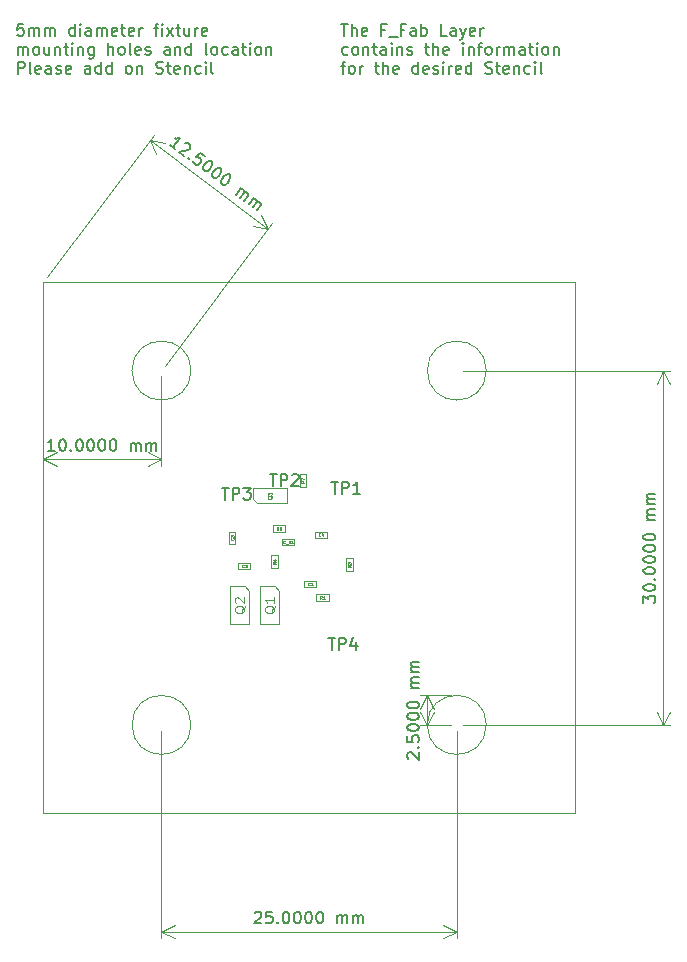
<source format=gbr>
%TF.GenerationSoftware,KiCad,Pcbnew,7.0.7*%
%TF.CreationDate,2023-12-15T10:49:53-05:00*%
%TF.ProjectId,Conference Circuit 1214,436f6e66-6572-4656-9e63-652043697263,rev?*%
%TF.SameCoordinates,Original*%
%TF.FileFunction,AssemblyDrawing,Top*%
%FSLAX46Y46*%
G04 Gerber Fmt 4.6, Leading zero omitted, Abs format (unit mm)*
G04 Created by KiCad (PCBNEW 7.0.7) date 2023-12-15 10:49:53*
%MOMM*%
%LPD*%
G01*
G04 APERTURE LIST*
%ADD10C,0.150000*%
%ADD11C,0.100000*%
%ADD12C,0.050000*%
%ADD13C,0.120000*%
%ADD14C,0.040000*%
G04 APERTURE END LIST*
D10*
X160193922Y-53149819D02*
X160765350Y-53149819D01*
X160479636Y-54149819D02*
X160479636Y-53149819D01*
X161098684Y-54149819D02*
X161098684Y-53149819D01*
X161527255Y-54149819D02*
X161527255Y-53626009D01*
X161527255Y-53626009D02*
X161479636Y-53530771D01*
X161479636Y-53530771D02*
X161384398Y-53483152D01*
X161384398Y-53483152D02*
X161241541Y-53483152D01*
X161241541Y-53483152D02*
X161146303Y-53530771D01*
X161146303Y-53530771D02*
X161098684Y-53578390D01*
X162384398Y-54102200D02*
X162289160Y-54149819D01*
X162289160Y-54149819D02*
X162098684Y-54149819D01*
X162098684Y-54149819D02*
X162003446Y-54102200D01*
X162003446Y-54102200D02*
X161955827Y-54006961D01*
X161955827Y-54006961D02*
X161955827Y-53626009D01*
X161955827Y-53626009D02*
X162003446Y-53530771D01*
X162003446Y-53530771D02*
X162098684Y-53483152D01*
X162098684Y-53483152D02*
X162289160Y-53483152D01*
X162289160Y-53483152D02*
X162384398Y-53530771D01*
X162384398Y-53530771D02*
X162432017Y-53626009D01*
X162432017Y-53626009D02*
X162432017Y-53721247D01*
X162432017Y-53721247D02*
X161955827Y-53816485D01*
X163955827Y-53626009D02*
X163622494Y-53626009D01*
X163622494Y-54149819D02*
X163622494Y-53149819D01*
X163622494Y-53149819D02*
X164098684Y-53149819D01*
X164241542Y-54245057D02*
X165003446Y-54245057D01*
X165574875Y-53626009D02*
X165241542Y-53626009D01*
X165241542Y-54149819D02*
X165241542Y-53149819D01*
X165241542Y-53149819D02*
X165717732Y-53149819D01*
X166527256Y-54149819D02*
X166527256Y-53626009D01*
X166527256Y-53626009D02*
X166479637Y-53530771D01*
X166479637Y-53530771D02*
X166384399Y-53483152D01*
X166384399Y-53483152D02*
X166193923Y-53483152D01*
X166193923Y-53483152D02*
X166098685Y-53530771D01*
X166527256Y-54102200D02*
X166432018Y-54149819D01*
X166432018Y-54149819D02*
X166193923Y-54149819D01*
X166193923Y-54149819D02*
X166098685Y-54102200D01*
X166098685Y-54102200D02*
X166051066Y-54006961D01*
X166051066Y-54006961D02*
X166051066Y-53911723D01*
X166051066Y-53911723D02*
X166098685Y-53816485D01*
X166098685Y-53816485D02*
X166193923Y-53768866D01*
X166193923Y-53768866D02*
X166432018Y-53768866D01*
X166432018Y-53768866D02*
X166527256Y-53721247D01*
X167003447Y-54149819D02*
X167003447Y-53149819D01*
X167003447Y-53530771D02*
X167098685Y-53483152D01*
X167098685Y-53483152D02*
X167289161Y-53483152D01*
X167289161Y-53483152D02*
X167384399Y-53530771D01*
X167384399Y-53530771D02*
X167432018Y-53578390D01*
X167432018Y-53578390D02*
X167479637Y-53673628D01*
X167479637Y-53673628D02*
X167479637Y-53959342D01*
X167479637Y-53959342D02*
X167432018Y-54054580D01*
X167432018Y-54054580D02*
X167384399Y-54102200D01*
X167384399Y-54102200D02*
X167289161Y-54149819D01*
X167289161Y-54149819D02*
X167098685Y-54149819D01*
X167098685Y-54149819D02*
X167003447Y-54102200D01*
X169146304Y-54149819D02*
X168670114Y-54149819D01*
X168670114Y-54149819D02*
X168670114Y-53149819D01*
X169908209Y-54149819D02*
X169908209Y-53626009D01*
X169908209Y-53626009D02*
X169860590Y-53530771D01*
X169860590Y-53530771D02*
X169765352Y-53483152D01*
X169765352Y-53483152D02*
X169574876Y-53483152D01*
X169574876Y-53483152D02*
X169479638Y-53530771D01*
X169908209Y-54102200D02*
X169812971Y-54149819D01*
X169812971Y-54149819D02*
X169574876Y-54149819D01*
X169574876Y-54149819D02*
X169479638Y-54102200D01*
X169479638Y-54102200D02*
X169432019Y-54006961D01*
X169432019Y-54006961D02*
X169432019Y-53911723D01*
X169432019Y-53911723D02*
X169479638Y-53816485D01*
X169479638Y-53816485D02*
X169574876Y-53768866D01*
X169574876Y-53768866D02*
X169812971Y-53768866D01*
X169812971Y-53768866D02*
X169908209Y-53721247D01*
X170289162Y-53483152D02*
X170527257Y-54149819D01*
X170765352Y-53483152D02*
X170527257Y-54149819D01*
X170527257Y-54149819D02*
X170432019Y-54387914D01*
X170432019Y-54387914D02*
X170384400Y-54435533D01*
X170384400Y-54435533D02*
X170289162Y-54483152D01*
X171527257Y-54102200D02*
X171432019Y-54149819D01*
X171432019Y-54149819D02*
X171241543Y-54149819D01*
X171241543Y-54149819D02*
X171146305Y-54102200D01*
X171146305Y-54102200D02*
X171098686Y-54006961D01*
X171098686Y-54006961D02*
X171098686Y-53626009D01*
X171098686Y-53626009D02*
X171146305Y-53530771D01*
X171146305Y-53530771D02*
X171241543Y-53483152D01*
X171241543Y-53483152D02*
X171432019Y-53483152D01*
X171432019Y-53483152D02*
X171527257Y-53530771D01*
X171527257Y-53530771D02*
X171574876Y-53626009D01*
X171574876Y-53626009D02*
X171574876Y-53721247D01*
X171574876Y-53721247D02*
X171098686Y-53816485D01*
X172003448Y-54149819D02*
X172003448Y-53483152D01*
X172003448Y-53673628D02*
X172051067Y-53578390D01*
X172051067Y-53578390D02*
X172098686Y-53530771D01*
X172098686Y-53530771D02*
X172193924Y-53483152D01*
X172193924Y-53483152D02*
X172289162Y-53483152D01*
X160765350Y-55712200D02*
X160670112Y-55759819D01*
X160670112Y-55759819D02*
X160479636Y-55759819D01*
X160479636Y-55759819D02*
X160384398Y-55712200D01*
X160384398Y-55712200D02*
X160336779Y-55664580D01*
X160336779Y-55664580D02*
X160289160Y-55569342D01*
X160289160Y-55569342D02*
X160289160Y-55283628D01*
X160289160Y-55283628D02*
X160336779Y-55188390D01*
X160336779Y-55188390D02*
X160384398Y-55140771D01*
X160384398Y-55140771D02*
X160479636Y-55093152D01*
X160479636Y-55093152D02*
X160670112Y-55093152D01*
X160670112Y-55093152D02*
X160765350Y-55140771D01*
X161336779Y-55759819D02*
X161241541Y-55712200D01*
X161241541Y-55712200D02*
X161193922Y-55664580D01*
X161193922Y-55664580D02*
X161146303Y-55569342D01*
X161146303Y-55569342D02*
X161146303Y-55283628D01*
X161146303Y-55283628D02*
X161193922Y-55188390D01*
X161193922Y-55188390D02*
X161241541Y-55140771D01*
X161241541Y-55140771D02*
X161336779Y-55093152D01*
X161336779Y-55093152D02*
X161479636Y-55093152D01*
X161479636Y-55093152D02*
X161574874Y-55140771D01*
X161574874Y-55140771D02*
X161622493Y-55188390D01*
X161622493Y-55188390D02*
X161670112Y-55283628D01*
X161670112Y-55283628D02*
X161670112Y-55569342D01*
X161670112Y-55569342D02*
X161622493Y-55664580D01*
X161622493Y-55664580D02*
X161574874Y-55712200D01*
X161574874Y-55712200D02*
X161479636Y-55759819D01*
X161479636Y-55759819D02*
X161336779Y-55759819D01*
X162098684Y-55093152D02*
X162098684Y-55759819D01*
X162098684Y-55188390D02*
X162146303Y-55140771D01*
X162146303Y-55140771D02*
X162241541Y-55093152D01*
X162241541Y-55093152D02*
X162384398Y-55093152D01*
X162384398Y-55093152D02*
X162479636Y-55140771D01*
X162479636Y-55140771D02*
X162527255Y-55236009D01*
X162527255Y-55236009D02*
X162527255Y-55759819D01*
X162860589Y-55093152D02*
X163241541Y-55093152D01*
X163003446Y-54759819D02*
X163003446Y-55616961D01*
X163003446Y-55616961D02*
X163051065Y-55712200D01*
X163051065Y-55712200D02*
X163146303Y-55759819D01*
X163146303Y-55759819D02*
X163241541Y-55759819D01*
X164003446Y-55759819D02*
X164003446Y-55236009D01*
X164003446Y-55236009D02*
X163955827Y-55140771D01*
X163955827Y-55140771D02*
X163860589Y-55093152D01*
X163860589Y-55093152D02*
X163670113Y-55093152D01*
X163670113Y-55093152D02*
X163574875Y-55140771D01*
X164003446Y-55712200D02*
X163908208Y-55759819D01*
X163908208Y-55759819D02*
X163670113Y-55759819D01*
X163670113Y-55759819D02*
X163574875Y-55712200D01*
X163574875Y-55712200D02*
X163527256Y-55616961D01*
X163527256Y-55616961D02*
X163527256Y-55521723D01*
X163527256Y-55521723D02*
X163574875Y-55426485D01*
X163574875Y-55426485D02*
X163670113Y-55378866D01*
X163670113Y-55378866D02*
X163908208Y-55378866D01*
X163908208Y-55378866D02*
X164003446Y-55331247D01*
X164479637Y-55759819D02*
X164479637Y-55093152D01*
X164479637Y-54759819D02*
X164432018Y-54807438D01*
X164432018Y-54807438D02*
X164479637Y-54855057D01*
X164479637Y-54855057D02*
X164527256Y-54807438D01*
X164527256Y-54807438D02*
X164479637Y-54759819D01*
X164479637Y-54759819D02*
X164479637Y-54855057D01*
X164955827Y-55093152D02*
X164955827Y-55759819D01*
X164955827Y-55188390D02*
X165003446Y-55140771D01*
X165003446Y-55140771D02*
X165098684Y-55093152D01*
X165098684Y-55093152D02*
X165241541Y-55093152D01*
X165241541Y-55093152D02*
X165336779Y-55140771D01*
X165336779Y-55140771D02*
X165384398Y-55236009D01*
X165384398Y-55236009D02*
X165384398Y-55759819D01*
X165812970Y-55712200D02*
X165908208Y-55759819D01*
X165908208Y-55759819D02*
X166098684Y-55759819D01*
X166098684Y-55759819D02*
X166193922Y-55712200D01*
X166193922Y-55712200D02*
X166241541Y-55616961D01*
X166241541Y-55616961D02*
X166241541Y-55569342D01*
X166241541Y-55569342D02*
X166193922Y-55474104D01*
X166193922Y-55474104D02*
X166098684Y-55426485D01*
X166098684Y-55426485D02*
X165955827Y-55426485D01*
X165955827Y-55426485D02*
X165860589Y-55378866D01*
X165860589Y-55378866D02*
X165812970Y-55283628D01*
X165812970Y-55283628D02*
X165812970Y-55236009D01*
X165812970Y-55236009D02*
X165860589Y-55140771D01*
X165860589Y-55140771D02*
X165955827Y-55093152D01*
X165955827Y-55093152D02*
X166098684Y-55093152D01*
X166098684Y-55093152D02*
X166193922Y-55140771D01*
X167289161Y-55093152D02*
X167670113Y-55093152D01*
X167432018Y-54759819D02*
X167432018Y-55616961D01*
X167432018Y-55616961D02*
X167479637Y-55712200D01*
X167479637Y-55712200D02*
X167574875Y-55759819D01*
X167574875Y-55759819D02*
X167670113Y-55759819D01*
X168003447Y-55759819D02*
X168003447Y-54759819D01*
X168432018Y-55759819D02*
X168432018Y-55236009D01*
X168432018Y-55236009D02*
X168384399Y-55140771D01*
X168384399Y-55140771D02*
X168289161Y-55093152D01*
X168289161Y-55093152D02*
X168146304Y-55093152D01*
X168146304Y-55093152D02*
X168051066Y-55140771D01*
X168051066Y-55140771D02*
X168003447Y-55188390D01*
X169289161Y-55712200D02*
X169193923Y-55759819D01*
X169193923Y-55759819D02*
X169003447Y-55759819D01*
X169003447Y-55759819D02*
X168908209Y-55712200D01*
X168908209Y-55712200D02*
X168860590Y-55616961D01*
X168860590Y-55616961D02*
X168860590Y-55236009D01*
X168860590Y-55236009D02*
X168908209Y-55140771D01*
X168908209Y-55140771D02*
X169003447Y-55093152D01*
X169003447Y-55093152D02*
X169193923Y-55093152D01*
X169193923Y-55093152D02*
X169289161Y-55140771D01*
X169289161Y-55140771D02*
X169336780Y-55236009D01*
X169336780Y-55236009D02*
X169336780Y-55331247D01*
X169336780Y-55331247D02*
X168860590Y-55426485D01*
X170527257Y-55759819D02*
X170527257Y-55093152D01*
X170527257Y-54759819D02*
X170479638Y-54807438D01*
X170479638Y-54807438D02*
X170527257Y-54855057D01*
X170527257Y-54855057D02*
X170574876Y-54807438D01*
X170574876Y-54807438D02*
X170527257Y-54759819D01*
X170527257Y-54759819D02*
X170527257Y-54855057D01*
X171003447Y-55093152D02*
X171003447Y-55759819D01*
X171003447Y-55188390D02*
X171051066Y-55140771D01*
X171051066Y-55140771D02*
X171146304Y-55093152D01*
X171146304Y-55093152D02*
X171289161Y-55093152D01*
X171289161Y-55093152D02*
X171384399Y-55140771D01*
X171384399Y-55140771D02*
X171432018Y-55236009D01*
X171432018Y-55236009D02*
X171432018Y-55759819D01*
X171765352Y-55093152D02*
X172146304Y-55093152D01*
X171908209Y-55759819D02*
X171908209Y-54902676D01*
X171908209Y-54902676D02*
X171955828Y-54807438D01*
X171955828Y-54807438D02*
X172051066Y-54759819D01*
X172051066Y-54759819D02*
X172146304Y-54759819D01*
X172622495Y-55759819D02*
X172527257Y-55712200D01*
X172527257Y-55712200D02*
X172479638Y-55664580D01*
X172479638Y-55664580D02*
X172432019Y-55569342D01*
X172432019Y-55569342D02*
X172432019Y-55283628D01*
X172432019Y-55283628D02*
X172479638Y-55188390D01*
X172479638Y-55188390D02*
X172527257Y-55140771D01*
X172527257Y-55140771D02*
X172622495Y-55093152D01*
X172622495Y-55093152D02*
X172765352Y-55093152D01*
X172765352Y-55093152D02*
X172860590Y-55140771D01*
X172860590Y-55140771D02*
X172908209Y-55188390D01*
X172908209Y-55188390D02*
X172955828Y-55283628D01*
X172955828Y-55283628D02*
X172955828Y-55569342D01*
X172955828Y-55569342D02*
X172908209Y-55664580D01*
X172908209Y-55664580D02*
X172860590Y-55712200D01*
X172860590Y-55712200D02*
X172765352Y-55759819D01*
X172765352Y-55759819D02*
X172622495Y-55759819D01*
X173384400Y-55759819D02*
X173384400Y-55093152D01*
X173384400Y-55283628D02*
X173432019Y-55188390D01*
X173432019Y-55188390D02*
X173479638Y-55140771D01*
X173479638Y-55140771D02*
X173574876Y-55093152D01*
X173574876Y-55093152D02*
X173670114Y-55093152D01*
X174003448Y-55759819D02*
X174003448Y-55093152D01*
X174003448Y-55188390D02*
X174051067Y-55140771D01*
X174051067Y-55140771D02*
X174146305Y-55093152D01*
X174146305Y-55093152D02*
X174289162Y-55093152D01*
X174289162Y-55093152D02*
X174384400Y-55140771D01*
X174384400Y-55140771D02*
X174432019Y-55236009D01*
X174432019Y-55236009D02*
X174432019Y-55759819D01*
X174432019Y-55236009D02*
X174479638Y-55140771D01*
X174479638Y-55140771D02*
X174574876Y-55093152D01*
X174574876Y-55093152D02*
X174717733Y-55093152D01*
X174717733Y-55093152D02*
X174812972Y-55140771D01*
X174812972Y-55140771D02*
X174860591Y-55236009D01*
X174860591Y-55236009D02*
X174860591Y-55759819D01*
X175765352Y-55759819D02*
X175765352Y-55236009D01*
X175765352Y-55236009D02*
X175717733Y-55140771D01*
X175717733Y-55140771D02*
X175622495Y-55093152D01*
X175622495Y-55093152D02*
X175432019Y-55093152D01*
X175432019Y-55093152D02*
X175336781Y-55140771D01*
X175765352Y-55712200D02*
X175670114Y-55759819D01*
X175670114Y-55759819D02*
X175432019Y-55759819D01*
X175432019Y-55759819D02*
X175336781Y-55712200D01*
X175336781Y-55712200D02*
X175289162Y-55616961D01*
X175289162Y-55616961D02*
X175289162Y-55521723D01*
X175289162Y-55521723D02*
X175336781Y-55426485D01*
X175336781Y-55426485D02*
X175432019Y-55378866D01*
X175432019Y-55378866D02*
X175670114Y-55378866D01*
X175670114Y-55378866D02*
X175765352Y-55331247D01*
X176098686Y-55093152D02*
X176479638Y-55093152D01*
X176241543Y-54759819D02*
X176241543Y-55616961D01*
X176241543Y-55616961D02*
X176289162Y-55712200D01*
X176289162Y-55712200D02*
X176384400Y-55759819D01*
X176384400Y-55759819D02*
X176479638Y-55759819D01*
X176812972Y-55759819D02*
X176812972Y-55093152D01*
X176812972Y-54759819D02*
X176765353Y-54807438D01*
X176765353Y-54807438D02*
X176812972Y-54855057D01*
X176812972Y-54855057D02*
X176860591Y-54807438D01*
X176860591Y-54807438D02*
X176812972Y-54759819D01*
X176812972Y-54759819D02*
X176812972Y-54855057D01*
X177432019Y-55759819D02*
X177336781Y-55712200D01*
X177336781Y-55712200D02*
X177289162Y-55664580D01*
X177289162Y-55664580D02*
X177241543Y-55569342D01*
X177241543Y-55569342D02*
X177241543Y-55283628D01*
X177241543Y-55283628D02*
X177289162Y-55188390D01*
X177289162Y-55188390D02*
X177336781Y-55140771D01*
X177336781Y-55140771D02*
X177432019Y-55093152D01*
X177432019Y-55093152D02*
X177574876Y-55093152D01*
X177574876Y-55093152D02*
X177670114Y-55140771D01*
X177670114Y-55140771D02*
X177717733Y-55188390D01*
X177717733Y-55188390D02*
X177765352Y-55283628D01*
X177765352Y-55283628D02*
X177765352Y-55569342D01*
X177765352Y-55569342D02*
X177717733Y-55664580D01*
X177717733Y-55664580D02*
X177670114Y-55712200D01*
X177670114Y-55712200D02*
X177574876Y-55759819D01*
X177574876Y-55759819D02*
X177432019Y-55759819D01*
X178193924Y-55093152D02*
X178193924Y-55759819D01*
X178193924Y-55188390D02*
X178241543Y-55140771D01*
X178241543Y-55140771D02*
X178336781Y-55093152D01*
X178336781Y-55093152D02*
X178479638Y-55093152D01*
X178479638Y-55093152D02*
X178574876Y-55140771D01*
X178574876Y-55140771D02*
X178622495Y-55236009D01*
X178622495Y-55236009D02*
X178622495Y-55759819D01*
X160193922Y-56703152D02*
X160574874Y-56703152D01*
X160336779Y-57369819D02*
X160336779Y-56512676D01*
X160336779Y-56512676D02*
X160384398Y-56417438D01*
X160384398Y-56417438D02*
X160479636Y-56369819D01*
X160479636Y-56369819D02*
X160574874Y-56369819D01*
X161051065Y-57369819D02*
X160955827Y-57322200D01*
X160955827Y-57322200D02*
X160908208Y-57274580D01*
X160908208Y-57274580D02*
X160860589Y-57179342D01*
X160860589Y-57179342D02*
X160860589Y-56893628D01*
X160860589Y-56893628D02*
X160908208Y-56798390D01*
X160908208Y-56798390D02*
X160955827Y-56750771D01*
X160955827Y-56750771D02*
X161051065Y-56703152D01*
X161051065Y-56703152D02*
X161193922Y-56703152D01*
X161193922Y-56703152D02*
X161289160Y-56750771D01*
X161289160Y-56750771D02*
X161336779Y-56798390D01*
X161336779Y-56798390D02*
X161384398Y-56893628D01*
X161384398Y-56893628D02*
X161384398Y-57179342D01*
X161384398Y-57179342D02*
X161336779Y-57274580D01*
X161336779Y-57274580D02*
X161289160Y-57322200D01*
X161289160Y-57322200D02*
X161193922Y-57369819D01*
X161193922Y-57369819D02*
X161051065Y-57369819D01*
X161812970Y-57369819D02*
X161812970Y-56703152D01*
X161812970Y-56893628D02*
X161860589Y-56798390D01*
X161860589Y-56798390D02*
X161908208Y-56750771D01*
X161908208Y-56750771D02*
X162003446Y-56703152D01*
X162003446Y-56703152D02*
X162098684Y-56703152D01*
X163051066Y-56703152D02*
X163432018Y-56703152D01*
X163193923Y-56369819D02*
X163193923Y-57226961D01*
X163193923Y-57226961D02*
X163241542Y-57322200D01*
X163241542Y-57322200D02*
X163336780Y-57369819D01*
X163336780Y-57369819D02*
X163432018Y-57369819D01*
X163765352Y-57369819D02*
X163765352Y-56369819D01*
X164193923Y-57369819D02*
X164193923Y-56846009D01*
X164193923Y-56846009D02*
X164146304Y-56750771D01*
X164146304Y-56750771D02*
X164051066Y-56703152D01*
X164051066Y-56703152D02*
X163908209Y-56703152D01*
X163908209Y-56703152D02*
X163812971Y-56750771D01*
X163812971Y-56750771D02*
X163765352Y-56798390D01*
X165051066Y-57322200D02*
X164955828Y-57369819D01*
X164955828Y-57369819D02*
X164765352Y-57369819D01*
X164765352Y-57369819D02*
X164670114Y-57322200D01*
X164670114Y-57322200D02*
X164622495Y-57226961D01*
X164622495Y-57226961D02*
X164622495Y-56846009D01*
X164622495Y-56846009D02*
X164670114Y-56750771D01*
X164670114Y-56750771D02*
X164765352Y-56703152D01*
X164765352Y-56703152D02*
X164955828Y-56703152D01*
X164955828Y-56703152D02*
X165051066Y-56750771D01*
X165051066Y-56750771D02*
X165098685Y-56846009D01*
X165098685Y-56846009D02*
X165098685Y-56941247D01*
X165098685Y-56941247D02*
X164622495Y-57036485D01*
X166717733Y-57369819D02*
X166717733Y-56369819D01*
X166717733Y-57322200D02*
X166622495Y-57369819D01*
X166622495Y-57369819D02*
X166432019Y-57369819D01*
X166432019Y-57369819D02*
X166336781Y-57322200D01*
X166336781Y-57322200D02*
X166289162Y-57274580D01*
X166289162Y-57274580D02*
X166241543Y-57179342D01*
X166241543Y-57179342D02*
X166241543Y-56893628D01*
X166241543Y-56893628D02*
X166289162Y-56798390D01*
X166289162Y-56798390D02*
X166336781Y-56750771D01*
X166336781Y-56750771D02*
X166432019Y-56703152D01*
X166432019Y-56703152D02*
X166622495Y-56703152D01*
X166622495Y-56703152D02*
X166717733Y-56750771D01*
X167574876Y-57322200D02*
X167479638Y-57369819D01*
X167479638Y-57369819D02*
X167289162Y-57369819D01*
X167289162Y-57369819D02*
X167193924Y-57322200D01*
X167193924Y-57322200D02*
X167146305Y-57226961D01*
X167146305Y-57226961D02*
X167146305Y-56846009D01*
X167146305Y-56846009D02*
X167193924Y-56750771D01*
X167193924Y-56750771D02*
X167289162Y-56703152D01*
X167289162Y-56703152D02*
X167479638Y-56703152D01*
X167479638Y-56703152D02*
X167574876Y-56750771D01*
X167574876Y-56750771D02*
X167622495Y-56846009D01*
X167622495Y-56846009D02*
X167622495Y-56941247D01*
X167622495Y-56941247D02*
X167146305Y-57036485D01*
X168003448Y-57322200D02*
X168098686Y-57369819D01*
X168098686Y-57369819D02*
X168289162Y-57369819D01*
X168289162Y-57369819D02*
X168384400Y-57322200D01*
X168384400Y-57322200D02*
X168432019Y-57226961D01*
X168432019Y-57226961D02*
X168432019Y-57179342D01*
X168432019Y-57179342D02*
X168384400Y-57084104D01*
X168384400Y-57084104D02*
X168289162Y-57036485D01*
X168289162Y-57036485D02*
X168146305Y-57036485D01*
X168146305Y-57036485D02*
X168051067Y-56988866D01*
X168051067Y-56988866D02*
X168003448Y-56893628D01*
X168003448Y-56893628D02*
X168003448Y-56846009D01*
X168003448Y-56846009D02*
X168051067Y-56750771D01*
X168051067Y-56750771D02*
X168146305Y-56703152D01*
X168146305Y-56703152D02*
X168289162Y-56703152D01*
X168289162Y-56703152D02*
X168384400Y-56750771D01*
X168860591Y-57369819D02*
X168860591Y-56703152D01*
X168860591Y-56369819D02*
X168812972Y-56417438D01*
X168812972Y-56417438D02*
X168860591Y-56465057D01*
X168860591Y-56465057D02*
X168908210Y-56417438D01*
X168908210Y-56417438D02*
X168860591Y-56369819D01*
X168860591Y-56369819D02*
X168860591Y-56465057D01*
X169336781Y-57369819D02*
X169336781Y-56703152D01*
X169336781Y-56893628D02*
X169384400Y-56798390D01*
X169384400Y-56798390D02*
X169432019Y-56750771D01*
X169432019Y-56750771D02*
X169527257Y-56703152D01*
X169527257Y-56703152D02*
X169622495Y-56703152D01*
X170336781Y-57322200D02*
X170241543Y-57369819D01*
X170241543Y-57369819D02*
X170051067Y-57369819D01*
X170051067Y-57369819D02*
X169955829Y-57322200D01*
X169955829Y-57322200D02*
X169908210Y-57226961D01*
X169908210Y-57226961D02*
X169908210Y-56846009D01*
X169908210Y-56846009D02*
X169955829Y-56750771D01*
X169955829Y-56750771D02*
X170051067Y-56703152D01*
X170051067Y-56703152D02*
X170241543Y-56703152D01*
X170241543Y-56703152D02*
X170336781Y-56750771D01*
X170336781Y-56750771D02*
X170384400Y-56846009D01*
X170384400Y-56846009D02*
X170384400Y-56941247D01*
X170384400Y-56941247D02*
X169908210Y-57036485D01*
X171241543Y-57369819D02*
X171241543Y-56369819D01*
X171241543Y-57322200D02*
X171146305Y-57369819D01*
X171146305Y-57369819D02*
X170955829Y-57369819D01*
X170955829Y-57369819D02*
X170860591Y-57322200D01*
X170860591Y-57322200D02*
X170812972Y-57274580D01*
X170812972Y-57274580D02*
X170765353Y-57179342D01*
X170765353Y-57179342D02*
X170765353Y-56893628D01*
X170765353Y-56893628D02*
X170812972Y-56798390D01*
X170812972Y-56798390D02*
X170860591Y-56750771D01*
X170860591Y-56750771D02*
X170955829Y-56703152D01*
X170955829Y-56703152D02*
X171146305Y-56703152D01*
X171146305Y-56703152D02*
X171241543Y-56750771D01*
X172432020Y-57322200D02*
X172574877Y-57369819D01*
X172574877Y-57369819D02*
X172812972Y-57369819D01*
X172812972Y-57369819D02*
X172908210Y-57322200D01*
X172908210Y-57322200D02*
X172955829Y-57274580D01*
X172955829Y-57274580D02*
X173003448Y-57179342D01*
X173003448Y-57179342D02*
X173003448Y-57084104D01*
X173003448Y-57084104D02*
X172955829Y-56988866D01*
X172955829Y-56988866D02*
X172908210Y-56941247D01*
X172908210Y-56941247D02*
X172812972Y-56893628D01*
X172812972Y-56893628D02*
X172622496Y-56846009D01*
X172622496Y-56846009D02*
X172527258Y-56798390D01*
X172527258Y-56798390D02*
X172479639Y-56750771D01*
X172479639Y-56750771D02*
X172432020Y-56655533D01*
X172432020Y-56655533D02*
X172432020Y-56560295D01*
X172432020Y-56560295D02*
X172479639Y-56465057D01*
X172479639Y-56465057D02*
X172527258Y-56417438D01*
X172527258Y-56417438D02*
X172622496Y-56369819D01*
X172622496Y-56369819D02*
X172860591Y-56369819D01*
X172860591Y-56369819D02*
X173003448Y-56417438D01*
X173289163Y-56703152D02*
X173670115Y-56703152D01*
X173432020Y-56369819D02*
X173432020Y-57226961D01*
X173432020Y-57226961D02*
X173479639Y-57322200D01*
X173479639Y-57322200D02*
X173574877Y-57369819D01*
X173574877Y-57369819D02*
X173670115Y-57369819D01*
X174384401Y-57322200D02*
X174289163Y-57369819D01*
X174289163Y-57369819D02*
X174098687Y-57369819D01*
X174098687Y-57369819D02*
X174003449Y-57322200D01*
X174003449Y-57322200D02*
X173955830Y-57226961D01*
X173955830Y-57226961D02*
X173955830Y-56846009D01*
X173955830Y-56846009D02*
X174003449Y-56750771D01*
X174003449Y-56750771D02*
X174098687Y-56703152D01*
X174098687Y-56703152D02*
X174289163Y-56703152D01*
X174289163Y-56703152D02*
X174384401Y-56750771D01*
X174384401Y-56750771D02*
X174432020Y-56846009D01*
X174432020Y-56846009D02*
X174432020Y-56941247D01*
X174432020Y-56941247D02*
X173955830Y-57036485D01*
X174860592Y-56703152D02*
X174860592Y-57369819D01*
X174860592Y-56798390D02*
X174908211Y-56750771D01*
X174908211Y-56750771D02*
X175003449Y-56703152D01*
X175003449Y-56703152D02*
X175146306Y-56703152D01*
X175146306Y-56703152D02*
X175241544Y-56750771D01*
X175241544Y-56750771D02*
X175289163Y-56846009D01*
X175289163Y-56846009D02*
X175289163Y-57369819D01*
X176193925Y-57322200D02*
X176098687Y-57369819D01*
X176098687Y-57369819D02*
X175908211Y-57369819D01*
X175908211Y-57369819D02*
X175812973Y-57322200D01*
X175812973Y-57322200D02*
X175765354Y-57274580D01*
X175765354Y-57274580D02*
X175717735Y-57179342D01*
X175717735Y-57179342D02*
X175717735Y-56893628D01*
X175717735Y-56893628D02*
X175765354Y-56798390D01*
X175765354Y-56798390D02*
X175812973Y-56750771D01*
X175812973Y-56750771D02*
X175908211Y-56703152D01*
X175908211Y-56703152D02*
X176098687Y-56703152D01*
X176098687Y-56703152D02*
X176193925Y-56750771D01*
X176622497Y-57369819D02*
X176622497Y-56703152D01*
X176622497Y-56369819D02*
X176574878Y-56417438D01*
X176574878Y-56417438D02*
X176622497Y-56465057D01*
X176622497Y-56465057D02*
X176670116Y-56417438D01*
X176670116Y-56417438D02*
X176622497Y-56369819D01*
X176622497Y-56369819D02*
X176622497Y-56465057D01*
X177241544Y-57369819D02*
X177146306Y-57322200D01*
X177146306Y-57322200D02*
X177098687Y-57226961D01*
X177098687Y-57226961D02*
X177098687Y-56369819D01*
X135952381Y-89304818D02*
X135380953Y-89304818D01*
X135666667Y-89304818D02*
X135666667Y-88304818D01*
X135666667Y-88304818D02*
X135571429Y-88447675D01*
X135571429Y-88447675D02*
X135476191Y-88542913D01*
X135476191Y-88542913D02*
X135380953Y-88590532D01*
X136571429Y-88304818D02*
X136666667Y-88304818D01*
X136666667Y-88304818D02*
X136761905Y-88352437D01*
X136761905Y-88352437D02*
X136809524Y-88400056D01*
X136809524Y-88400056D02*
X136857143Y-88495294D01*
X136857143Y-88495294D02*
X136904762Y-88685770D01*
X136904762Y-88685770D02*
X136904762Y-88923865D01*
X136904762Y-88923865D02*
X136857143Y-89114341D01*
X136857143Y-89114341D02*
X136809524Y-89209579D01*
X136809524Y-89209579D02*
X136761905Y-89257199D01*
X136761905Y-89257199D02*
X136666667Y-89304818D01*
X136666667Y-89304818D02*
X136571429Y-89304818D01*
X136571429Y-89304818D02*
X136476191Y-89257199D01*
X136476191Y-89257199D02*
X136428572Y-89209579D01*
X136428572Y-89209579D02*
X136380953Y-89114341D01*
X136380953Y-89114341D02*
X136333334Y-88923865D01*
X136333334Y-88923865D02*
X136333334Y-88685770D01*
X136333334Y-88685770D02*
X136380953Y-88495294D01*
X136380953Y-88495294D02*
X136428572Y-88400056D01*
X136428572Y-88400056D02*
X136476191Y-88352437D01*
X136476191Y-88352437D02*
X136571429Y-88304818D01*
X137333334Y-89209579D02*
X137380953Y-89257199D01*
X137380953Y-89257199D02*
X137333334Y-89304818D01*
X137333334Y-89304818D02*
X137285715Y-89257199D01*
X137285715Y-89257199D02*
X137333334Y-89209579D01*
X137333334Y-89209579D02*
X137333334Y-89304818D01*
X138000000Y-88304818D02*
X138095238Y-88304818D01*
X138095238Y-88304818D02*
X138190476Y-88352437D01*
X138190476Y-88352437D02*
X138238095Y-88400056D01*
X138238095Y-88400056D02*
X138285714Y-88495294D01*
X138285714Y-88495294D02*
X138333333Y-88685770D01*
X138333333Y-88685770D02*
X138333333Y-88923865D01*
X138333333Y-88923865D02*
X138285714Y-89114341D01*
X138285714Y-89114341D02*
X138238095Y-89209579D01*
X138238095Y-89209579D02*
X138190476Y-89257199D01*
X138190476Y-89257199D02*
X138095238Y-89304818D01*
X138095238Y-89304818D02*
X138000000Y-89304818D01*
X138000000Y-89304818D02*
X137904762Y-89257199D01*
X137904762Y-89257199D02*
X137857143Y-89209579D01*
X137857143Y-89209579D02*
X137809524Y-89114341D01*
X137809524Y-89114341D02*
X137761905Y-88923865D01*
X137761905Y-88923865D02*
X137761905Y-88685770D01*
X137761905Y-88685770D02*
X137809524Y-88495294D01*
X137809524Y-88495294D02*
X137857143Y-88400056D01*
X137857143Y-88400056D02*
X137904762Y-88352437D01*
X137904762Y-88352437D02*
X138000000Y-88304818D01*
X138952381Y-88304818D02*
X139047619Y-88304818D01*
X139047619Y-88304818D02*
X139142857Y-88352437D01*
X139142857Y-88352437D02*
X139190476Y-88400056D01*
X139190476Y-88400056D02*
X139238095Y-88495294D01*
X139238095Y-88495294D02*
X139285714Y-88685770D01*
X139285714Y-88685770D02*
X139285714Y-88923865D01*
X139285714Y-88923865D02*
X139238095Y-89114341D01*
X139238095Y-89114341D02*
X139190476Y-89209579D01*
X139190476Y-89209579D02*
X139142857Y-89257199D01*
X139142857Y-89257199D02*
X139047619Y-89304818D01*
X139047619Y-89304818D02*
X138952381Y-89304818D01*
X138952381Y-89304818D02*
X138857143Y-89257199D01*
X138857143Y-89257199D02*
X138809524Y-89209579D01*
X138809524Y-89209579D02*
X138761905Y-89114341D01*
X138761905Y-89114341D02*
X138714286Y-88923865D01*
X138714286Y-88923865D02*
X138714286Y-88685770D01*
X138714286Y-88685770D02*
X138761905Y-88495294D01*
X138761905Y-88495294D02*
X138809524Y-88400056D01*
X138809524Y-88400056D02*
X138857143Y-88352437D01*
X138857143Y-88352437D02*
X138952381Y-88304818D01*
X139904762Y-88304818D02*
X140000000Y-88304818D01*
X140000000Y-88304818D02*
X140095238Y-88352437D01*
X140095238Y-88352437D02*
X140142857Y-88400056D01*
X140142857Y-88400056D02*
X140190476Y-88495294D01*
X140190476Y-88495294D02*
X140238095Y-88685770D01*
X140238095Y-88685770D02*
X140238095Y-88923865D01*
X140238095Y-88923865D02*
X140190476Y-89114341D01*
X140190476Y-89114341D02*
X140142857Y-89209579D01*
X140142857Y-89209579D02*
X140095238Y-89257199D01*
X140095238Y-89257199D02*
X140000000Y-89304818D01*
X140000000Y-89304818D02*
X139904762Y-89304818D01*
X139904762Y-89304818D02*
X139809524Y-89257199D01*
X139809524Y-89257199D02*
X139761905Y-89209579D01*
X139761905Y-89209579D02*
X139714286Y-89114341D01*
X139714286Y-89114341D02*
X139666667Y-88923865D01*
X139666667Y-88923865D02*
X139666667Y-88685770D01*
X139666667Y-88685770D02*
X139714286Y-88495294D01*
X139714286Y-88495294D02*
X139761905Y-88400056D01*
X139761905Y-88400056D02*
X139809524Y-88352437D01*
X139809524Y-88352437D02*
X139904762Y-88304818D01*
X140857143Y-88304818D02*
X140952381Y-88304818D01*
X140952381Y-88304818D02*
X141047619Y-88352437D01*
X141047619Y-88352437D02*
X141095238Y-88400056D01*
X141095238Y-88400056D02*
X141142857Y-88495294D01*
X141142857Y-88495294D02*
X141190476Y-88685770D01*
X141190476Y-88685770D02*
X141190476Y-88923865D01*
X141190476Y-88923865D02*
X141142857Y-89114341D01*
X141142857Y-89114341D02*
X141095238Y-89209579D01*
X141095238Y-89209579D02*
X141047619Y-89257199D01*
X141047619Y-89257199D02*
X140952381Y-89304818D01*
X140952381Y-89304818D02*
X140857143Y-89304818D01*
X140857143Y-89304818D02*
X140761905Y-89257199D01*
X140761905Y-89257199D02*
X140714286Y-89209579D01*
X140714286Y-89209579D02*
X140666667Y-89114341D01*
X140666667Y-89114341D02*
X140619048Y-88923865D01*
X140619048Y-88923865D02*
X140619048Y-88685770D01*
X140619048Y-88685770D02*
X140666667Y-88495294D01*
X140666667Y-88495294D02*
X140714286Y-88400056D01*
X140714286Y-88400056D02*
X140761905Y-88352437D01*
X140761905Y-88352437D02*
X140857143Y-88304818D01*
X142380953Y-89304818D02*
X142380953Y-88638151D01*
X142380953Y-88733389D02*
X142428572Y-88685770D01*
X142428572Y-88685770D02*
X142523810Y-88638151D01*
X142523810Y-88638151D02*
X142666667Y-88638151D01*
X142666667Y-88638151D02*
X142761905Y-88685770D01*
X142761905Y-88685770D02*
X142809524Y-88781008D01*
X142809524Y-88781008D02*
X142809524Y-89304818D01*
X142809524Y-88781008D02*
X142857143Y-88685770D01*
X142857143Y-88685770D02*
X142952381Y-88638151D01*
X142952381Y-88638151D02*
X143095238Y-88638151D01*
X143095238Y-88638151D02*
X143190477Y-88685770D01*
X143190477Y-88685770D02*
X143238096Y-88781008D01*
X143238096Y-88781008D02*
X143238096Y-89304818D01*
X143714286Y-89304818D02*
X143714286Y-88638151D01*
X143714286Y-88733389D02*
X143761905Y-88685770D01*
X143761905Y-88685770D02*
X143857143Y-88638151D01*
X143857143Y-88638151D02*
X144000000Y-88638151D01*
X144000000Y-88638151D02*
X144095238Y-88685770D01*
X144095238Y-88685770D02*
X144142857Y-88781008D01*
X144142857Y-88781008D02*
X144142857Y-89304818D01*
X144142857Y-88781008D02*
X144190476Y-88685770D01*
X144190476Y-88685770D02*
X144285714Y-88638151D01*
X144285714Y-88638151D02*
X144428571Y-88638151D01*
X144428571Y-88638151D02*
X144523810Y-88685770D01*
X144523810Y-88685770D02*
X144571429Y-88781008D01*
X144571429Y-88781008D02*
X144571429Y-89304818D01*
D11*
X145000000Y-83000000D02*
X145000000Y-90586419D01*
X135000000Y-83000000D02*
X135000000Y-90586419D01*
X145000000Y-89999999D02*
X135000000Y-89999999D01*
X145000000Y-89999999D02*
X135000000Y-89999999D01*
X145000000Y-89999999D02*
X143873496Y-90586420D01*
X145000000Y-89999999D02*
X143873496Y-89413578D01*
X135000000Y-89999999D02*
X136126504Y-89413578D01*
X135000000Y-89999999D02*
X136126504Y-90586420D01*
D10*
X133312969Y-53149819D02*
X132836779Y-53149819D01*
X132836779Y-53149819D02*
X132789160Y-53626009D01*
X132789160Y-53626009D02*
X132836779Y-53578390D01*
X132836779Y-53578390D02*
X132932017Y-53530771D01*
X132932017Y-53530771D02*
X133170112Y-53530771D01*
X133170112Y-53530771D02*
X133265350Y-53578390D01*
X133265350Y-53578390D02*
X133312969Y-53626009D01*
X133312969Y-53626009D02*
X133360588Y-53721247D01*
X133360588Y-53721247D02*
X133360588Y-53959342D01*
X133360588Y-53959342D02*
X133312969Y-54054580D01*
X133312969Y-54054580D02*
X133265350Y-54102200D01*
X133265350Y-54102200D02*
X133170112Y-54149819D01*
X133170112Y-54149819D02*
X132932017Y-54149819D01*
X132932017Y-54149819D02*
X132836779Y-54102200D01*
X132836779Y-54102200D02*
X132789160Y-54054580D01*
X133789160Y-54149819D02*
X133789160Y-53483152D01*
X133789160Y-53578390D02*
X133836779Y-53530771D01*
X133836779Y-53530771D02*
X133932017Y-53483152D01*
X133932017Y-53483152D02*
X134074874Y-53483152D01*
X134074874Y-53483152D02*
X134170112Y-53530771D01*
X134170112Y-53530771D02*
X134217731Y-53626009D01*
X134217731Y-53626009D02*
X134217731Y-54149819D01*
X134217731Y-53626009D02*
X134265350Y-53530771D01*
X134265350Y-53530771D02*
X134360588Y-53483152D01*
X134360588Y-53483152D02*
X134503445Y-53483152D01*
X134503445Y-53483152D02*
X134598684Y-53530771D01*
X134598684Y-53530771D02*
X134646303Y-53626009D01*
X134646303Y-53626009D02*
X134646303Y-54149819D01*
X135122493Y-54149819D02*
X135122493Y-53483152D01*
X135122493Y-53578390D02*
X135170112Y-53530771D01*
X135170112Y-53530771D02*
X135265350Y-53483152D01*
X135265350Y-53483152D02*
X135408207Y-53483152D01*
X135408207Y-53483152D02*
X135503445Y-53530771D01*
X135503445Y-53530771D02*
X135551064Y-53626009D01*
X135551064Y-53626009D02*
X135551064Y-54149819D01*
X135551064Y-53626009D02*
X135598683Y-53530771D01*
X135598683Y-53530771D02*
X135693921Y-53483152D01*
X135693921Y-53483152D02*
X135836778Y-53483152D01*
X135836778Y-53483152D02*
X135932017Y-53530771D01*
X135932017Y-53530771D02*
X135979636Y-53626009D01*
X135979636Y-53626009D02*
X135979636Y-54149819D01*
X137646302Y-54149819D02*
X137646302Y-53149819D01*
X137646302Y-54102200D02*
X137551064Y-54149819D01*
X137551064Y-54149819D02*
X137360588Y-54149819D01*
X137360588Y-54149819D02*
X137265350Y-54102200D01*
X137265350Y-54102200D02*
X137217731Y-54054580D01*
X137217731Y-54054580D02*
X137170112Y-53959342D01*
X137170112Y-53959342D02*
X137170112Y-53673628D01*
X137170112Y-53673628D02*
X137217731Y-53578390D01*
X137217731Y-53578390D02*
X137265350Y-53530771D01*
X137265350Y-53530771D02*
X137360588Y-53483152D01*
X137360588Y-53483152D02*
X137551064Y-53483152D01*
X137551064Y-53483152D02*
X137646302Y-53530771D01*
X138122493Y-54149819D02*
X138122493Y-53483152D01*
X138122493Y-53149819D02*
X138074874Y-53197438D01*
X138074874Y-53197438D02*
X138122493Y-53245057D01*
X138122493Y-53245057D02*
X138170112Y-53197438D01*
X138170112Y-53197438D02*
X138122493Y-53149819D01*
X138122493Y-53149819D02*
X138122493Y-53245057D01*
X139027254Y-54149819D02*
X139027254Y-53626009D01*
X139027254Y-53626009D02*
X138979635Y-53530771D01*
X138979635Y-53530771D02*
X138884397Y-53483152D01*
X138884397Y-53483152D02*
X138693921Y-53483152D01*
X138693921Y-53483152D02*
X138598683Y-53530771D01*
X139027254Y-54102200D02*
X138932016Y-54149819D01*
X138932016Y-54149819D02*
X138693921Y-54149819D01*
X138693921Y-54149819D02*
X138598683Y-54102200D01*
X138598683Y-54102200D02*
X138551064Y-54006961D01*
X138551064Y-54006961D02*
X138551064Y-53911723D01*
X138551064Y-53911723D02*
X138598683Y-53816485D01*
X138598683Y-53816485D02*
X138693921Y-53768866D01*
X138693921Y-53768866D02*
X138932016Y-53768866D01*
X138932016Y-53768866D02*
X139027254Y-53721247D01*
X139503445Y-54149819D02*
X139503445Y-53483152D01*
X139503445Y-53578390D02*
X139551064Y-53530771D01*
X139551064Y-53530771D02*
X139646302Y-53483152D01*
X139646302Y-53483152D02*
X139789159Y-53483152D01*
X139789159Y-53483152D02*
X139884397Y-53530771D01*
X139884397Y-53530771D02*
X139932016Y-53626009D01*
X139932016Y-53626009D02*
X139932016Y-54149819D01*
X139932016Y-53626009D02*
X139979635Y-53530771D01*
X139979635Y-53530771D02*
X140074873Y-53483152D01*
X140074873Y-53483152D02*
X140217730Y-53483152D01*
X140217730Y-53483152D02*
X140312969Y-53530771D01*
X140312969Y-53530771D02*
X140360588Y-53626009D01*
X140360588Y-53626009D02*
X140360588Y-54149819D01*
X141217730Y-54102200D02*
X141122492Y-54149819D01*
X141122492Y-54149819D02*
X140932016Y-54149819D01*
X140932016Y-54149819D02*
X140836778Y-54102200D01*
X140836778Y-54102200D02*
X140789159Y-54006961D01*
X140789159Y-54006961D02*
X140789159Y-53626009D01*
X140789159Y-53626009D02*
X140836778Y-53530771D01*
X140836778Y-53530771D02*
X140932016Y-53483152D01*
X140932016Y-53483152D02*
X141122492Y-53483152D01*
X141122492Y-53483152D02*
X141217730Y-53530771D01*
X141217730Y-53530771D02*
X141265349Y-53626009D01*
X141265349Y-53626009D02*
X141265349Y-53721247D01*
X141265349Y-53721247D02*
X140789159Y-53816485D01*
X141551064Y-53483152D02*
X141932016Y-53483152D01*
X141693921Y-53149819D02*
X141693921Y-54006961D01*
X141693921Y-54006961D02*
X141741540Y-54102200D01*
X141741540Y-54102200D02*
X141836778Y-54149819D01*
X141836778Y-54149819D02*
X141932016Y-54149819D01*
X142646302Y-54102200D02*
X142551064Y-54149819D01*
X142551064Y-54149819D02*
X142360588Y-54149819D01*
X142360588Y-54149819D02*
X142265350Y-54102200D01*
X142265350Y-54102200D02*
X142217731Y-54006961D01*
X142217731Y-54006961D02*
X142217731Y-53626009D01*
X142217731Y-53626009D02*
X142265350Y-53530771D01*
X142265350Y-53530771D02*
X142360588Y-53483152D01*
X142360588Y-53483152D02*
X142551064Y-53483152D01*
X142551064Y-53483152D02*
X142646302Y-53530771D01*
X142646302Y-53530771D02*
X142693921Y-53626009D01*
X142693921Y-53626009D02*
X142693921Y-53721247D01*
X142693921Y-53721247D02*
X142217731Y-53816485D01*
X143122493Y-54149819D02*
X143122493Y-53483152D01*
X143122493Y-53673628D02*
X143170112Y-53578390D01*
X143170112Y-53578390D02*
X143217731Y-53530771D01*
X143217731Y-53530771D02*
X143312969Y-53483152D01*
X143312969Y-53483152D02*
X143408207Y-53483152D01*
X144360589Y-53483152D02*
X144741541Y-53483152D01*
X144503446Y-54149819D02*
X144503446Y-53292676D01*
X144503446Y-53292676D02*
X144551065Y-53197438D01*
X144551065Y-53197438D02*
X144646303Y-53149819D01*
X144646303Y-53149819D02*
X144741541Y-53149819D01*
X145074875Y-54149819D02*
X145074875Y-53483152D01*
X145074875Y-53149819D02*
X145027256Y-53197438D01*
X145027256Y-53197438D02*
X145074875Y-53245057D01*
X145074875Y-53245057D02*
X145122494Y-53197438D01*
X145122494Y-53197438D02*
X145074875Y-53149819D01*
X145074875Y-53149819D02*
X145074875Y-53245057D01*
X145455827Y-54149819D02*
X145979636Y-53483152D01*
X145455827Y-53483152D02*
X145979636Y-54149819D01*
X146217732Y-53483152D02*
X146598684Y-53483152D01*
X146360589Y-53149819D02*
X146360589Y-54006961D01*
X146360589Y-54006961D02*
X146408208Y-54102200D01*
X146408208Y-54102200D02*
X146503446Y-54149819D01*
X146503446Y-54149819D02*
X146598684Y-54149819D01*
X147360589Y-53483152D02*
X147360589Y-54149819D01*
X146932018Y-53483152D02*
X146932018Y-54006961D01*
X146932018Y-54006961D02*
X146979637Y-54102200D01*
X146979637Y-54102200D02*
X147074875Y-54149819D01*
X147074875Y-54149819D02*
X147217732Y-54149819D01*
X147217732Y-54149819D02*
X147312970Y-54102200D01*
X147312970Y-54102200D02*
X147360589Y-54054580D01*
X147836780Y-54149819D02*
X147836780Y-53483152D01*
X147836780Y-53673628D02*
X147884399Y-53578390D01*
X147884399Y-53578390D02*
X147932018Y-53530771D01*
X147932018Y-53530771D02*
X148027256Y-53483152D01*
X148027256Y-53483152D02*
X148122494Y-53483152D01*
X148836780Y-54102200D02*
X148741542Y-54149819D01*
X148741542Y-54149819D02*
X148551066Y-54149819D01*
X148551066Y-54149819D02*
X148455828Y-54102200D01*
X148455828Y-54102200D02*
X148408209Y-54006961D01*
X148408209Y-54006961D02*
X148408209Y-53626009D01*
X148408209Y-53626009D02*
X148455828Y-53530771D01*
X148455828Y-53530771D02*
X148551066Y-53483152D01*
X148551066Y-53483152D02*
X148741542Y-53483152D01*
X148741542Y-53483152D02*
X148836780Y-53530771D01*
X148836780Y-53530771D02*
X148884399Y-53626009D01*
X148884399Y-53626009D02*
X148884399Y-53721247D01*
X148884399Y-53721247D02*
X148408209Y-53816485D01*
X132836779Y-55759819D02*
X132836779Y-55093152D01*
X132836779Y-55188390D02*
X132884398Y-55140771D01*
X132884398Y-55140771D02*
X132979636Y-55093152D01*
X132979636Y-55093152D02*
X133122493Y-55093152D01*
X133122493Y-55093152D02*
X133217731Y-55140771D01*
X133217731Y-55140771D02*
X133265350Y-55236009D01*
X133265350Y-55236009D02*
X133265350Y-55759819D01*
X133265350Y-55236009D02*
X133312969Y-55140771D01*
X133312969Y-55140771D02*
X133408207Y-55093152D01*
X133408207Y-55093152D02*
X133551064Y-55093152D01*
X133551064Y-55093152D02*
X133646303Y-55140771D01*
X133646303Y-55140771D02*
X133693922Y-55236009D01*
X133693922Y-55236009D02*
X133693922Y-55759819D01*
X134312969Y-55759819D02*
X134217731Y-55712200D01*
X134217731Y-55712200D02*
X134170112Y-55664580D01*
X134170112Y-55664580D02*
X134122493Y-55569342D01*
X134122493Y-55569342D02*
X134122493Y-55283628D01*
X134122493Y-55283628D02*
X134170112Y-55188390D01*
X134170112Y-55188390D02*
X134217731Y-55140771D01*
X134217731Y-55140771D02*
X134312969Y-55093152D01*
X134312969Y-55093152D02*
X134455826Y-55093152D01*
X134455826Y-55093152D02*
X134551064Y-55140771D01*
X134551064Y-55140771D02*
X134598683Y-55188390D01*
X134598683Y-55188390D02*
X134646302Y-55283628D01*
X134646302Y-55283628D02*
X134646302Y-55569342D01*
X134646302Y-55569342D02*
X134598683Y-55664580D01*
X134598683Y-55664580D02*
X134551064Y-55712200D01*
X134551064Y-55712200D02*
X134455826Y-55759819D01*
X134455826Y-55759819D02*
X134312969Y-55759819D01*
X135503445Y-55093152D02*
X135503445Y-55759819D01*
X135074874Y-55093152D02*
X135074874Y-55616961D01*
X135074874Y-55616961D02*
X135122493Y-55712200D01*
X135122493Y-55712200D02*
X135217731Y-55759819D01*
X135217731Y-55759819D02*
X135360588Y-55759819D01*
X135360588Y-55759819D02*
X135455826Y-55712200D01*
X135455826Y-55712200D02*
X135503445Y-55664580D01*
X135979636Y-55093152D02*
X135979636Y-55759819D01*
X135979636Y-55188390D02*
X136027255Y-55140771D01*
X136027255Y-55140771D02*
X136122493Y-55093152D01*
X136122493Y-55093152D02*
X136265350Y-55093152D01*
X136265350Y-55093152D02*
X136360588Y-55140771D01*
X136360588Y-55140771D02*
X136408207Y-55236009D01*
X136408207Y-55236009D02*
X136408207Y-55759819D01*
X136741541Y-55093152D02*
X137122493Y-55093152D01*
X136884398Y-54759819D02*
X136884398Y-55616961D01*
X136884398Y-55616961D02*
X136932017Y-55712200D01*
X136932017Y-55712200D02*
X137027255Y-55759819D01*
X137027255Y-55759819D02*
X137122493Y-55759819D01*
X137455827Y-55759819D02*
X137455827Y-55093152D01*
X137455827Y-54759819D02*
X137408208Y-54807438D01*
X137408208Y-54807438D02*
X137455827Y-54855057D01*
X137455827Y-54855057D02*
X137503446Y-54807438D01*
X137503446Y-54807438D02*
X137455827Y-54759819D01*
X137455827Y-54759819D02*
X137455827Y-54855057D01*
X137932017Y-55093152D02*
X137932017Y-55759819D01*
X137932017Y-55188390D02*
X137979636Y-55140771D01*
X137979636Y-55140771D02*
X138074874Y-55093152D01*
X138074874Y-55093152D02*
X138217731Y-55093152D01*
X138217731Y-55093152D02*
X138312969Y-55140771D01*
X138312969Y-55140771D02*
X138360588Y-55236009D01*
X138360588Y-55236009D02*
X138360588Y-55759819D01*
X139265350Y-55093152D02*
X139265350Y-55902676D01*
X139265350Y-55902676D02*
X139217731Y-55997914D01*
X139217731Y-55997914D02*
X139170112Y-56045533D01*
X139170112Y-56045533D02*
X139074874Y-56093152D01*
X139074874Y-56093152D02*
X138932017Y-56093152D01*
X138932017Y-56093152D02*
X138836779Y-56045533D01*
X139265350Y-55712200D02*
X139170112Y-55759819D01*
X139170112Y-55759819D02*
X138979636Y-55759819D01*
X138979636Y-55759819D02*
X138884398Y-55712200D01*
X138884398Y-55712200D02*
X138836779Y-55664580D01*
X138836779Y-55664580D02*
X138789160Y-55569342D01*
X138789160Y-55569342D02*
X138789160Y-55283628D01*
X138789160Y-55283628D02*
X138836779Y-55188390D01*
X138836779Y-55188390D02*
X138884398Y-55140771D01*
X138884398Y-55140771D02*
X138979636Y-55093152D01*
X138979636Y-55093152D02*
X139170112Y-55093152D01*
X139170112Y-55093152D02*
X139265350Y-55140771D01*
X140503446Y-55759819D02*
X140503446Y-54759819D01*
X140932017Y-55759819D02*
X140932017Y-55236009D01*
X140932017Y-55236009D02*
X140884398Y-55140771D01*
X140884398Y-55140771D02*
X140789160Y-55093152D01*
X140789160Y-55093152D02*
X140646303Y-55093152D01*
X140646303Y-55093152D02*
X140551065Y-55140771D01*
X140551065Y-55140771D02*
X140503446Y-55188390D01*
X141551065Y-55759819D02*
X141455827Y-55712200D01*
X141455827Y-55712200D02*
X141408208Y-55664580D01*
X141408208Y-55664580D02*
X141360589Y-55569342D01*
X141360589Y-55569342D02*
X141360589Y-55283628D01*
X141360589Y-55283628D02*
X141408208Y-55188390D01*
X141408208Y-55188390D02*
X141455827Y-55140771D01*
X141455827Y-55140771D02*
X141551065Y-55093152D01*
X141551065Y-55093152D02*
X141693922Y-55093152D01*
X141693922Y-55093152D02*
X141789160Y-55140771D01*
X141789160Y-55140771D02*
X141836779Y-55188390D01*
X141836779Y-55188390D02*
X141884398Y-55283628D01*
X141884398Y-55283628D02*
X141884398Y-55569342D01*
X141884398Y-55569342D02*
X141836779Y-55664580D01*
X141836779Y-55664580D02*
X141789160Y-55712200D01*
X141789160Y-55712200D02*
X141693922Y-55759819D01*
X141693922Y-55759819D02*
X141551065Y-55759819D01*
X142455827Y-55759819D02*
X142360589Y-55712200D01*
X142360589Y-55712200D02*
X142312970Y-55616961D01*
X142312970Y-55616961D02*
X142312970Y-54759819D01*
X143217732Y-55712200D02*
X143122494Y-55759819D01*
X143122494Y-55759819D02*
X142932018Y-55759819D01*
X142932018Y-55759819D02*
X142836780Y-55712200D01*
X142836780Y-55712200D02*
X142789161Y-55616961D01*
X142789161Y-55616961D02*
X142789161Y-55236009D01*
X142789161Y-55236009D02*
X142836780Y-55140771D01*
X142836780Y-55140771D02*
X142932018Y-55093152D01*
X142932018Y-55093152D02*
X143122494Y-55093152D01*
X143122494Y-55093152D02*
X143217732Y-55140771D01*
X143217732Y-55140771D02*
X143265351Y-55236009D01*
X143265351Y-55236009D02*
X143265351Y-55331247D01*
X143265351Y-55331247D02*
X142789161Y-55426485D01*
X143646304Y-55712200D02*
X143741542Y-55759819D01*
X143741542Y-55759819D02*
X143932018Y-55759819D01*
X143932018Y-55759819D02*
X144027256Y-55712200D01*
X144027256Y-55712200D02*
X144074875Y-55616961D01*
X144074875Y-55616961D02*
X144074875Y-55569342D01*
X144074875Y-55569342D02*
X144027256Y-55474104D01*
X144027256Y-55474104D02*
X143932018Y-55426485D01*
X143932018Y-55426485D02*
X143789161Y-55426485D01*
X143789161Y-55426485D02*
X143693923Y-55378866D01*
X143693923Y-55378866D02*
X143646304Y-55283628D01*
X143646304Y-55283628D02*
X143646304Y-55236009D01*
X143646304Y-55236009D02*
X143693923Y-55140771D01*
X143693923Y-55140771D02*
X143789161Y-55093152D01*
X143789161Y-55093152D02*
X143932018Y-55093152D01*
X143932018Y-55093152D02*
X144027256Y-55140771D01*
X145693923Y-55759819D02*
X145693923Y-55236009D01*
X145693923Y-55236009D02*
X145646304Y-55140771D01*
X145646304Y-55140771D02*
X145551066Y-55093152D01*
X145551066Y-55093152D02*
X145360590Y-55093152D01*
X145360590Y-55093152D02*
X145265352Y-55140771D01*
X145693923Y-55712200D02*
X145598685Y-55759819D01*
X145598685Y-55759819D02*
X145360590Y-55759819D01*
X145360590Y-55759819D02*
X145265352Y-55712200D01*
X145265352Y-55712200D02*
X145217733Y-55616961D01*
X145217733Y-55616961D02*
X145217733Y-55521723D01*
X145217733Y-55521723D02*
X145265352Y-55426485D01*
X145265352Y-55426485D02*
X145360590Y-55378866D01*
X145360590Y-55378866D02*
X145598685Y-55378866D01*
X145598685Y-55378866D02*
X145693923Y-55331247D01*
X146170114Y-55093152D02*
X146170114Y-55759819D01*
X146170114Y-55188390D02*
X146217733Y-55140771D01*
X146217733Y-55140771D02*
X146312971Y-55093152D01*
X146312971Y-55093152D02*
X146455828Y-55093152D01*
X146455828Y-55093152D02*
X146551066Y-55140771D01*
X146551066Y-55140771D02*
X146598685Y-55236009D01*
X146598685Y-55236009D02*
X146598685Y-55759819D01*
X147503447Y-55759819D02*
X147503447Y-54759819D01*
X147503447Y-55712200D02*
X147408209Y-55759819D01*
X147408209Y-55759819D02*
X147217733Y-55759819D01*
X147217733Y-55759819D02*
X147122495Y-55712200D01*
X147122495Y-55712200D02*
X147074876Y-55664580D01*
X147074876Y-55664580D02*
X147027257Y-55569342D01*
X147027257Y-55569342D02*
X147027257Y-55283628D01*
X147027257Y-55283628D02*
X147074876Y-55188390D01*
X147074876Y-55188390D02*
X147122495Y-55140771D01*
X147122495Y-55140771D02*
X147217733Y-55093152D01*
X147217733Y-55093152D02*
X147408209Y-55093152D01*
X147408209Y-55093152D02*
X147503447Y-55140771D01*
X148884400Y-55759819D02*
X148789162Y-55712200D01*
X148789162Y-55712200D02*
X148741543Y-55616961D01*
X148741543Y-55616961D02*
X148741543Y-54759819D01*
X149408210Y-55759819D02*
X149312972Y-55712200D01*
X149312972Y-55712200D02*
X149265353Y-55664580D01*
X149265353Y-55664580D02*
X149217734Y-55569342D01*
X149217734Y-55569342D02*
X149217734Y-55283628D01*
X149217734Y-55283628D02*
X149265353Y-55188390D01*
X149265353Y-55188390D02*
X149312972Y-55140771D01*
X149312972Y-55140771D02*
X149408210Y-55093152D01*
X149408210Y-55093152D02*
X149551067Y-55093152D01*
X149551067Y-55093152D02*
X149646305Y-55140771D01*
X149646305Y-55140771D02*
X149693924Y-55188390D01*
X149693924Y-55188390D02*
X149741543Y-55283628D01*
X149741543Y-55283628D02*
X149741543Y-55569342D01*
X149741543Y-55569342D02*
X149693924Y-55664580D01*
X149693924Y-55664580D02*
X149646305Y-55712200D01*
X149646305Y-55712200D02*
X149551067Y-55759819D01*
X149551067Y-55759819D02*
X149408210Y-55759819D01*
X150598686Y-55712200D02*
X150503448Y-55759819D01*
X150503448Y-55759819D02*
X150312972Y-55759819D01*
X150312972Y-55759819D02*
X150217734Y-55712200D01*
X150217734Y-55712200D02*
X150170115Y-55664580D01*
X150170115Y-55664580D02*
X150122496Y-55569342D01*
X150122496Y-55569342D02*
X150122496Y-55283628D01*
X150122496Y-55283628D02*
X150170115Y-55188390D01*
X150170115Y-55188390D02*
X150217734Y-55140771D01*
X150217734Y-55140771D02*
X150312972Y-55093152D01*
X150312972Y-55093152D02*
X150503448Y-55093152D01*
X150503448Y-55093152D02*
X150598686Y-55140771D01*
X151455829Y-55759819D02*
X151455829Y-55236009D01*
X151455829Y-55236009D02*
X151408210Y-55140771D01*
X151408210Y-55140771D02*
X151312972Y-55093152D01*
X151312972Y-55093152D02*
X151122496Y-55093152D01*
X151122496Y-55093152D02*
X151027258Y-55140771D01*
X151455829Y-55712200D02*
X151360591Y-55759819D01*
X151360591Y-55759819D02*
X151122496Y-55759819D01*
X151122496Y-55759819D02*
X151027258Y-55712200D01*
X151027258Y-55712200D02*
X150979639Y-55616961D01*
X150979639Y-55616961D02*
X150979639Y-55521723D01*
X150979639Y-55521723D02*
X151027258Y-55426485D01*
X151027258Y-55426485D02*
X151122496Y-55378866D01*
X151122496Y-55378866D02*
X151360591Y-55378866D01*
X151360591Y-55378866D02*
X151455829Y-55331247D01*
X151789163Y-55093152D02*
X152170115Y-55093152D01*
X151932020Y-54759819D02*
X151932020Y-55616961D01*
X151932020Y-55616961D02*
X151979639Y-55712200D01*
X151979639Y-55712200D02*
X152074877Y-55759819D01*
X152074877Y-55759819D02*
X152170115Y-55759819D01*
X152503449Y-55759819D02*
X152503449Y-55093152D01*
X152503449Y-54759819D02*
X152455830Y-54807438D01*
X152455830Y-54807438D02*
X152503449Y-54855057D01*
X152503449Y-54855057D02*
X152551068Y-54807438D01*
X152551068Y-54807438D02*
X152503449Y-54759819D01*
X152503449Y-54759819D02*
X152503449Y-54855057D01*
X153122496Y-55759819D02*
X153027258Y-55712200D01*
X153027258Y-55712200D02*
X152979639Y-55664580D01*
X152979639Y-55664580D02*
X152932020Y-55569342D01*
X152932020Y-55569342D02*
X152932020Y-55283628D01*
X152932020Y-55283628D02*
X152979639Y-55188390D01*
X152979639Y-55188390D02*
X153027258Y-55140771D01*
X153027258Y-55140771D02*
X153122496Y-55093152D01*
X153122496Y-55093152D02*
X153265353Y-55093152D01*
X153265353Y-55093152D02*
X153360591Y-55140771D01*
X153360591Y-55140771D02*
X153408210Y-55188390D01*
X153408210Y-55188390D02*
X153455829Y-55283628D01*
X153455829Y-55283628D02*
X153455829Y-55569342D01*
X153455829Y-55569342D02*
X153408210Y-55664580D01*
X153408210Y-55664580D02*
X153360591Y-55712200D01*
X153360591Y-55712200D02*
X153265353Y-55759819D01*
X153265353Y-55759819D02*
X153122496Y-55759819D01*
X153884401Y-55093152D02*
X153884401Y-55759819D01*
X153884401Y-55188390D02*
X153932020Y-55140771D01*
X153932020Y-55140771D02*
X154027258Y-55093152D01*
X154027258Y-55093152D02*
X154170115Y-55093152D01*
X154170115Y-55093152D02*
X154265353Y-55140771D01*
X154265353Y-55140771D02*
X154312972Y-55236009D01*
X154312972Y-55236009D02*
X154312972Y-55759819D01*
X132836779Y-57369819D02*
X132836779Y-56369819D01*
X132836779Y-56369819D02*
X133217731Y-56369819D01*
X133217731Y-56369819D02*
X133312969Y-56417438D01*
X133312969Y-56417438D02*
X133360588Y-56465057D01*
X133360588Y-56465057D02*
X133408207Y-56560295D01*
X133408207Y-56560295D02*
X133408207Y-56703152D01*
X133408207Y-56703152D02*
X133360588Y-56798390D01*
X133360588Y-56798390D02*
X133312969Y-56846009D01*
X133312969Y-56846009D02*
X133217731Y-56893628D01*
X133217731Y-56893628D02*
X132836779Y-56893628D01*
X133979636Y-57369819D02*
X133884398Y-57322200D01*
X133884398Y-57322200D02*
X133836779Y-57226961D01*
X133836779Y-57226961D02*
X133836779Y-56369819D01*
X134741541Y-57322200D02*
X134646303Y-57369819D01*
X134646303Y-57369819D02*
X134455827Y-57369819D01*
X134455827Y-57369819D02*
X134360589Y-57322200D01*
X134360589Y-57322200D02*
X134312970Y-57226961D01*
X134312970Y-57226961D02*
X134312970Y-56846009D01*
X134312970Y-56846009D02*
X134360589Y-56750771D01*
X134360589Y-56750771D02*
X134455827Y-56703152D01*
X134455827Y-56703152D02*
X134646303Y-56703152D01*
X134646303Y-56703152D02*
X134741541Y-56750771D01*
X134741541Y-56750771D02*
X134789160Y-56846009D01*
X134789160Y-56846009D02*
X134789160Y-56941247D01*
X134789160Y-56941247D02*
X134312970Y-57036485D01*
X135646303Y-57369819D02*
X135646303Y-56846009D01*
X135646303Y-56846009D02*
X135598684Y-56750771D01*
X135598684Y-56750771D02*
X135503446Y-56703152D01*
X135503446Y-56703152D02*
X135312970Y-56703152D01*
X135312970Y-56703152D02*
X135217732Y-56750771D01*
X135646303Y-57322200D02*
X135551065Y-57369819D01*
X135551065Y-57369819D02*
X135312970Y-57369819D01*
X135312970Y-57369819D02*
X135217732Y-57322200D01*
X135217732Y-57322200D02*
X135170113Y-57226961D01*
X135170113Y-57226961D02*
X135170113Y-57131723D01*
X135170113Y-57131723D02*
X135217732Y-57036485D01*
X135217732Y-57036485D02*
X135312970Y-56988866D01*
X135312970Y-56988866D02*
X135551065Y-56988866D01*
X135551065Y-56988866D02*
X135646303Y-56941247D01*
X136074875Y-57322200D02*
X136170113Y-57369819D01*
X136170113Y-57369819D02*
X136360589Y-57369819D01*
X136360589Y-57369819D02*
X136455827Y-57322200D01*
X136455827Y-57322200D02*
X136503446Y-57226961D01*
X136503446Y-57226961D02*
X136503446Y-57179342D01*
X136503446Y-57179342D02*
X136455827Y-57084104D01*
X136455827Y-57084104D02*
X136360589Y-57036485D01*
X136360589Y-57036485D02*
X136217732Y-57036485D01*
X136217732Y-57036485D02*
X136122494Y-56988866D01*
X136122494Y-56988866D02*
X136074875Y-56893628D01*
X136074875Y-56893628D02*
X136074875Y-56846009D01*
X136074875Y-56846009D02*
X136122494Y-56750771D01*
X136122494Y-56750771D02*
X136217732Y-56703152D01*
X136217732Y-56703152D02*
X136360589Y-56703152D01*
X136360589Y-56703152D02*
X136455827Y-56750771D01*
X137312970Y-57322200D02*
X137217732Y-57369819D01*
X137217732Y-57369819D02*
X137027256Y-57369819D01*
X137027256Y-57369819D02*
X136932018Y-57322200D01*
X136932018Y-57322200D02*
X136884399Y-57226961D01*
X136884399Y-57226961D02*
X136884399Y-56846009D01*
X136884399Y-56846009D02*
X136932018Y-56750771D01*
X136932018Y-56750771D02*
X137027256Y-56703152D01*
X137027256Y-56703152D02*
X137217732Y-56703152D01*
X137217732Y-56703152D02*
X137312970Y-56750771D01*
X137312970Y-56750771D02*
X137360589Y-56846009D01*
X137360589Y-56846009D02*
X137360589Y-56941247D01*
X137360589Y-56941247D02*
X136884399Y-57036485D01*
X138979637Y-57369819D02*
X138979637Y-56846009D01*
X138979637Y-56846009D02*
X138932018Y-56750771D01*
X138932018Y-56750771D02*
X138836780Y-56703152D01*
X138836780Y-56703152D02*
X138646304Y-56703152D01*
X138646304Y-56703152D02*
X138551066Y-56750771D01*
X138979637Y-57322200D02*
X138884399Y-57369819D01*
X138884399Y-57369819D02*
X138646304Y-57369819D01*
X138646304Y-57369819D02*
X138551066Y-57322200D01*
X138551066Y-57322200D02*
X138503447Y-57226961D01*
X138503447Y-57226961D02*
X138503447Y-57131723D01*
X138503447Y-57131723D02*
X138551066Y-57036485D01*
X138551066Y-57036485D02*
X138646304Y-56988866D01*
X138646304Y-56988866D02*
X138884399Y-56988866D01*
X138884399Y-56988866D02*
X138979637Y-56941247D01*
X139884399Y-57369819D02*
X139884399Y-56369819D01*
X139884399Y-57322200D02*
X139789161Y-57369819D01*
X139789161Y-57369819D02*
X139598685Y-57369819D01*
X139598685Y-57369819D02*
X139503447Y-57322200D01*
X139503447Y-57322200D02*
X139455828Y-57274580D01*
X139455828Y-57274580D02*
X139408209Y-57179342D01*
X139408209Y-57179342D02*
X139408209Y-56893628D01*
X139408209Y-56893628D02*
X139455828Y-56798390D01*
X139455828Y-56798390D02*
X139503447Y-56750771D01*
X139503447Y-56750771D02*
X139598685Y-56703152D01*
X139598685Y-56703152D02*
X139789161Y-56703152D01*
X139789161Y-56703152D02*
X139884399Y-56750771D01*
X140789161Y-57369819D02*
X140789161Y-56369819D01*
X140789161Y-57322200D02*
X140693923Y-57369819D01*
X140693923Y-57369819D02*
X140503447Y-57369819D01*
X140503447Y-57369819D02*
X140408209Y-57322200D01*
X140408209Y-57322200D02*
X140360590Y-57274580D01*
X140360590Y-57274580D02*
X140312971Y-57179342D01*
X140312971Y-57179342D02*
X140312971Y-56893628D01*
X140312971Y-56893628D02*
X140360590Y-56798390D01*
X140360590Y-56798390D02*
X140408209Y-56750771D01*
X140408209Y-56750771D02*
X140503447Y-56703152D01*
X140503447Y-56703152D02*
X140693923Y-56703152D01*
X140693923Y-56703152D02*
X140789161Y-56750771D01*
X142170114Y-57369819D02*
X142074876Y-57322200D01*
X142074876Y-57322200D02*
X142027257Y-57274580D01*
X142027257Y-57274580D02*
X141979638Y-57179342D01*
X141979638Y-57179342D02*
X141979638Y-56893628D01*
X141979638Y-56893628D02*
X142027257Y-56798390D01*
X142027257Y-56798390D02*
X142074876Y-56750771D01*
X142074876Y-56750771D02*
X142170114Y-56703152D01*
X142170114Y-56703152D02*
X142312971Y-56703152D01*
X142312971Y-56703152D02*
X142408209Y-56750771D01*
X142408209Y-56750771D02*
X142455828Y-56798390D01*
X142455828Y-56798390D02*
X142503447Y-56893628D01*
X142503447Y-56893628D02*
X142503447Y-57179342D01*
X142503447Y-57179342D02*
X142455828Y-57274580D01*
X142455828Y-57274580D02*
X142408209Y-57322200D01*
X142408209Y-57322200D02*
X142312971Y-57369819D01*
X142312971Y-57369819D02*
X142170114Y-57369819D01*
X142932019Y-56703152D02*
X142932019Y-57369819D01*
X142932019Y-56798390D02*
X142979638Y-56750771D01*
X142979638Y-56750771D02*
X143074876Y-56703152D01*
X143074876Y-56703152D02*
X143217733Y-56703152D01*
X143217733Y-56703152D02*
X143312971Y-56750771D01*
X143312971Y-56750771D02*
X143360590Y-56846009D01*
X143360590Y-56846009D02*
X143360590Y-57369819D01*
X144551067Y-57322200D02*
X144693924Y-57369819D01*
X144693924Y-57369819D02*
X144932019Y-57369819D01*
X144932019Y-57369819D02*
X145027257Y-57322200D01*
X145027257Y-57322200D02*
X145074876Y-57274580D01*
X145074876Y-57274580D02*
X145122495Y-57179342D01*
X145122495Y-57179342D02*
X145122495Y-57084104D01*
X145122495Y-57084104D02*
X145074876Y-56988866D01*
X145074876Y-56988866D02*
X145027257Y-56941247D01*
X145027257Y-56941247D02*
X144932019Y-56893628D01*
X144932019Y-56893628D02*
X144741543Y-56846009D01*
X144741543Y-56846009D02*
X144646305Y-56798390D01*
X144646305Y-56798390D02*
X144598686Y-56750771D01*
X144598686Y-56750771D02*
X144551067Y-56655533D01*
X144551067Y-56655533D02*
X144551067Y-56560295D01*
X144551067Y-56560295D02*
X144598686Y-56465057D01*
X144598686Y-56465057D02*
X144646305Y-56417438D01*
X144646305Y-56417438D02*
X144741543Y-56369819D01*
X144741543Y-56369819D02*
X144979638Y-56369819D01*
X144979638Y-56369819D02*
X145122495Y-56417438D01*
X145408210Y-56703152D02*
X145789162Y-56703152D01*
X145551067Y-56369819D02*
X145551067Y-57226961D01*
X145551067Y-57226961D02*
X145598686Y-57322200D01*
X145598686Y-57322200D02*
X145693924Y-57369819D01*
X145693924Y-57369819D02*
X145789162Y-57369819D01*
X146503448Y-57322200D02*
X146408210Y-57369819D01*
X146408210Y-57369819D02*
X146217734Y-57369819D01*
X146217734Y-57369819D02*
X146122496Y-57322200D01*
X146122496Y-57322200D02*
X146074877Y-57226961D01*
X146074877Y-57226961D02*
X146074877Y-56846009D01*
X146074877Y-56846009D02*
X146122496Y-56750771D01*
X146122496Y-56750771D02*
X146217734Y-56703152D01*
X146217734Y-56703152D02*
X146408210Y-56703152D01*
X146408210Y-56703152D02*
X146503448Y-56750771D01*
X146503448Y-56750771D02*
X146551067Y-56846009D01*
X146551067Y-56846009D02*
X146551067Y-56941247D01*
X146551067Y-56941247D02*
X146074877Y-57036485D01*
X146979639Y-56703152D02*
X146979639Y-57369819D01*
X146979639Y-56798390D02*
X147027258Y-56750771D01*
X147027258Y-56750771D02*
X147122496Y-56703152D01*
X147122496Y-56703152D02*
X147265353Y-56703152D01*
X147265353Y-56703152D02*
X147360591Y-56750771D01*
X147360591Y-56750771D02*
X147408210Y-56846009D01*
X147408210Y-56846009D02*
X147408210Y-57369819D01*
X148312972Y-57322200D02*
X148217734Y-57369819D01*
X148217734Y-57369819D02*
X148027258Y-57369819D01*
X148027258Y-57369819D02*
X147932020Y-57322200D01*
X147932020Y-57322200D02*
X147884401Y-57274580D01*
X147884401Y-57274580D02*
X147836782Y-57179342D01*
X147836782Y-57179342D02*
X147836782Y-56893628D01*
X147836782Y-56893628D02*
X147884401Y-56798390D01*
X147884401Y-56798390D02*
X147932020Y-56750771D01*
X147932020Y-56750771D02*
X148027258Y-56703152D01*
X148027258Y-56703152D02*
X148217734Y-56703152D01*
X148217734Y-56703152D02*
X148312972Y-56750771D01*
X148741544Y-57369819D02*
X148741544Y-56703152D01*
X148741544Y-56369819D02*
X148693925Y-56417438D01*
X148693925Y-56417438D02*
X148741544Y-56465057D01*
X148741544Y-56465057D02*
X148789163Y-56417438D01*
X148789163Y-56417438D02*
X148741544Y-56369819D01*
X148741544Y-56369819D02*
X148741544Y-56465057D01*
X149360591Y-57369819D02*
X149265353Y-57322200D01*
X149265353Y-57322200D02*
X149217734Y-57226961D01*
X149217734Y-57226961D02*
X149217734Y-56369819D01*
X146184580Y-63757861D02*
X145727438Y-63415004D01*
X145956009Y-63586432D02*
X146556009Y-62786432D01*
X146556009Y-62786432D02*
X146394104Y-62843575D01*
X146394104Y-62843575D02*
X146260771Y-62862623D01*
X146260771Y-62862623D02*
X146156009Y-62843575D01*
X147032200Y-63262623D02*
X147098866Y-63253099D01*
X147098866Y-63253099D02*
X147203628Y-63272147D01*
X147203628Y-63272147D02*
X147394104Y-63415004D01*
X147394104Y-63415004D02*
X147441723Y-63510242D01*
X147441723Y-63510242D02*
X147451247Y-63576908D01*
X147451247Y-63576908D02*
X147432200Y-63681670D01*
X147432200Y-63681670D02*
X147375057Y-63757861D01*
X147375057Y-63757861D02*
X147251247Y-63843575D01*
X147251247Y-63843575D02*
X146451247Y-63957861D01*
X146451247Y-63957861D02*
X146946485Y-64329289D01*
X147346485Y-64510242D02*
X147356009Y-64576908D01*
X147356009Y-64576908D02*
X147289342Y-64586432D01*
X147289342Y-64586432D02*
X147279819Y-64519766D01*
X147279819Y-64519766D02*
X147346485Y-64510242D01*
X147346485Y-64510242D02*
X147289342Y-64586432D01*
X148651247Y-64357861D02*
X148270294Y-64072146D01*
X148270294Y-64072146D02*
X147946485Y-64424527D01*
X147946485Y-64424527D02*
X148013152Y-64415003D01*
X148013152Y-64415003D02*
X148117914Y-64434051D01*
X148117914Y-64434051D02*
X148308390Y-64576908D01*
X148308390Y-64576908D02*
X148356009Y-64672146D01*
X148356009Y-64672146D02*
X148365533Y-64738813D01*
X148365533Y-64738813D02*
X148346485Y-64843575D01*
X148346485Y-64843575D02*
X148203628Y-65034051D01*
X148203628Y-65034051D02*
X148108390Y-65081670D01*
X148108390Y-65081670D02*
X148041723Y-65091194D01*
X148041723Y-65091194D02*
X147936961Y-65072146D01*
X147936961Y-65072146D02*
X147746485Y-64929289D01*
X147746485Y-64929289D02*
X147698866Y-64834051D01*
X147698866Y-64834051D02*
X147689342Y-64767384D01*
X149184580Y-64757861D02*
X149260771Y-64815003D01*
X149260771Y-64815003D02*
X149308390Y-64910242D01*
X149308390Y-64910242D02*
X149317914Y-64976908D01*
X149317914Y-64976908D02*
X149298866Y-65081670D01*
X149298866Y-65081670D02*
X149222675Y-65262623D01*
X149222675Y-65262623D02*
X149079818Y-65453099D01*
X149079818Y-65453099D02*
X148927437Y-65576908D01*
X148927437Y-65576908D02*
X148832199Y-65624527D01*
X148832199Y-65624527D02*
X148765533Y-65634051D01*
X148765533Y-65634051D02*
X148660771Y-65615003D01*
X148660771Y-65615003D02*
X148584580Y-65557861D01*
X148584580Y-65557861D02*
X148536961Y-65462623D01*
X148536961Y-65462623D02*
X148527437Y-65395956D01*
X148527437Y-65395956D02*
X148546485Y-65291194D01*
X148546485Y-65291194D02*
X148622675Y-65110242D01*
X148622675Y-65110242D02*
X148765533Y-64919765D01*
X148765533Y-64919765D02*
X148917914Y-64795956D01*
X148917914Y-64795956D02*
X149013152Y-64748337D01*
X149013152Y-64748337D02*
X149079818Y-64738813D01*
X149079818Y-64738813D02*
X149184580Y-64757861D01*
X149946485Y-65329289D02*
X150022675Y-65386432D01*
X150022675Y-65386432D02*
X150070295Y-65481670D01*
X150070295Y-65481670D02*
X150079818Y-65548337D01*
X150079818Y-65548337D02*
X150060771Y-65653099D01*
X150060771Y-65653099D02*
X149984580Y-65834051D01*
X149984580Y-65834051D02*
X149841723Y-66024527D01*
X149841723Y-66024527D02*
X149689342Y-66148337D01*
X149689342Y-66148337D02*
X149594104Y-66195956D01*
X149594104Y-66195956D02*
X149527437Y-66205480D01*
X149527437Y-66205480D02*
X149422675Y-66186432D01*
X149422675Y-66186432D02*
X149346485Y-66129289D01*
X149346485Y-66129289D02*
X149298866Y-66034051D01*
X149298866Y-66034051D02*
X149289342Y-65967384D01*
X149289342Y-65967384D02*
X149308390Y-65862623D01*
X149308390Y-65862623D02*
X149384580Y-65681670D01*
X149384580Y-65681670D02*
X149527437Y-65491194D01*
X149527437Y-65491194D02*
X149679818Y-65367384D01*
X149679818Y-65367384D02*
X149775056Y-65319765D01*
X149775056Y-65319765D02*
X149841723Y-65310242D01*
X149841723Y-65310242D02*
X149946485Y-65329289D01*
X150708390Y-65900718D02*
X150784580Y-65957861D01*
X150784580Y-65957861D02*
X150832199Y-66053099D01*
X150832199Y-66053099D02*
X150841723Y-66119765D01*
X150841723Y-66119765D02*
X150822676Y-66224527D01*
X150822676Y-66224527D02*
X150746485Y-66405480D01*
X150746485Y-66405480D02*
X150603628Y-66595956D01*
X150603628Y-66595956D02*
X150451247Y-66719765D01*
X150451247Y-66719765D02*
X150356009Y-66767384D01*
X150356009Y-66767384D02*
X150289342Y-66776908D01*
X150289342Y-66776908D02*
X150184580Y-66757861D01*
X150184580Y-66757861D02*
X150108390Y-66700718D01*
X150108390Y-66700718D02*
X150060771Y-66605480D01*
X150060771Y-66605480D02*
X150051247Y-66538813D01*
X150051247Y-66538813D02*
X150070295Y-66434051D01*
X150070295Y-66434051D02*
X150146485Y-66253099D01*
X150146485Y-66253099D02*
X150289342Y-66062623D01*
X150289342Y-66062623D02*
X150441723Y-65938813D01*
X150441723Y-65938813D02*
X150536961Y-65891194D01*
X150536961Y-65891194D02*
X150603628Y-65881670D01*
X150603628Y-65881670D02*
X150708390Y-65900718D01*
X151327438Y-67615004D02*
X151727438Y-67081670D01*
X151670295Y-67157861D02*
X151736961Y-67148337D01*
X151736961Y-67148337D02*
X151841723Y-67167385D01*
X151841723Y-67167385D02*
X151956009Y-67253099D01*
X151956009Y-67253099D02*
X152003628Y-67348337D01*
X152003628Y-67348337D02*
X151984581Y-67453099D01*
X151984581Y-67453099D02*
X151670295Y-67872147D01*
X151984581Y-67453099D02*
X152079819Y-67405480D01*
X152079819Y-67405480D02*
X152184581Y-67424527D01*
X152184581Y-67424527D02*
X152298866Y-67510242D01*
X152298866Y-67510242D02*
X152346485Y-67605480D01*
X152346485Y-67605480D02*
X152327438Y-67710242D01*
X152327438Y-67710242D02*
X152013152Y-68129289D01*
X152394104Y-68415003D02*
X152794104Y-67881670D01*
X152736961Y-67957861D02*
X152803628Y-67948337D01*
X152803628Y-67948337D02*
X152908390Y-67967384D01*
X152908390Y-67967384D02*
X153022675Y-68053099D01*
X153022675Y-68053099D02*
X153070295Y-68148337D01*
X153070295Y-68148337D02*
X153051247Y-68253099D01*
X153051247Y-68253099D02*
X152736961Y-68672146D01*
X153051247Y-68253099D02*
X153146485Y-68205480D01*
X153146485Y-68205480D02*
X153251247Y-68224527D01*
X153251247Y-68224527D02*
X153365533Y-68310242D01*
X153365533Y-68310242D02*
X153413152Y-68405480D01*
X153413152Y-68405480D02*
X153394104Y-68510242D01*
X153394104Y-68510242D02*
X153079818Y-68929289D01*
D11*
X145300000Y-82100000D02*
X154357419Y-70023441D01*
X135300000Y-74600000D02*
X144357419Y-62523441D01*
X154005567Y-70492577D02*
X144005567Y-62992577D01*
X154005567Y-70492577D02*
X144005567Y-62992577D01*
X154005567Y-70492577D02*
X152752512Y-70285811D01*
X154005567Y-70492577D02*
X153456216Y-69347538D01*
X144005567Y-62992577D02*
X145258622Y-63199343D01*
X144005567Y-62992577D02*
X144554918Y-64137616D01*
D10*
X165900057Y-115392856D02*
X165852438Y-115345237D01*
X165852438Y-115345237D02*
X165804819Y-115249999D01*
X165804819Y-115249999D02*
X165804819Y-115011904D01*
X165804819Y-115011904D02*
X165852438Y-114916666D01*
X165852438Y-114916666D02*
X165900057Y-114869047D01*
X165900057Y-114869047D02*
X165995295Y-114821428D01*
X165995295Y-114821428D02*
X166090533Y-114821428D01*
X166090533Y-114821428D02*
X166233390Y-114869047D01*
X166233390Y-114869047D02*
X166804819Y-115440475D01*
X166804819Y-115440475D02*
X166804819Y-114821428D01*
X166709580Y-114392856D02*
X166757200Y-114345237D01*
X166757200Y-114345237D02*
X166804819Y-114392856D01*
X166804819Y-114392856D02*
X166757200Y-114440475D01*
X166757200Y-114440475D02*
X166709580Y-114392856D01*
X166709580Y-114392856D02*
X166804819Y-114392856D01*
X165804819Y-113440476D02*
X165804819Y-113916666D01*
X165804819Y-113916666D02*
X166281009Y-113964285D01*
X166281009Y-113964285D02*
X166233390Y-113916666D01*
X166233390Y-113916666D02*
X166185771Y-113821428D01*
X166185771Y-113821428D02*
X166185771Y-113583333D01*
X166185771Y-113583333D02*
X166233390Y-113488095D01*
X166233390Y-113488095D02*
X166281009Y-113440476D01*
X166281009Y-113440476D02*
X166376247Y-113392857D01*
X166376247Y-113392857D02*
X166614342Y-113392857D01*
X166614342Y-113392857D02*
X166709580Y-113440476D01*
X166709580Y-113440476D02*
X166757200Y-113488095D01*
X166757200Y-113488095D02*
X166804819Y-113583333D01*
X166804819Y-113583333D02*
X166804819Y-113821428D01*
X166804819Y-113821428D02*
X166757200Y-113916666D01*
X166757200Y-113916666D02*
X166709580Y-113964285D01*
X165804819Y-112773809D02*
X165804819Y-112678571D01*
X165804819Y-112678571D02*
X165852438Y-112583333D01*
X165852438Y-112583333D02*
X165900057Y-112535714D01*
X165900057Y-112535714D02*
X165995295Y-112488095D01*
X165995295Y-112488095D02*
X166185771Y-112440476D01*
X166185771Y-112440476D02*
X166423866Y-112440476D01*
X166423866Y-112440476D02*
X166614342Y-112488095D01*
X166614342Y-112488095D02*
X166709580Y-112535714D01*
X166709580Y-112535714D02*
X166757200Y-112583333D01*
X166757200Y-112583333D02*
X166804819Y-112678571D01*
X166804819Y-112678571D02*
X166804819Y-112773809D01*
X166804819Y-112773809D02*
X166757200Y-112869047D01*
X166757200Y-112869047D02*
X166709580Y-112916666D01*
X166709580Y-112916666D02*
X166614342Y-112964285D01*
X166614342Y-112964285D02*
X166423866Y-113011904D01*
X166423866Y-113011904D02*
X166185771Y-113011904D01*
X166185771Y-113011904D02*
X165995295Y-112964285D01*
X165995295Y-112964285D02*
X165900057Y-112916666D01*
X165900057Y-112916666D02*
X165852438Y-112869047D01*
X165852438Y-112869047D02*
X165804819Y-112773809D01*
X165804819Y-111821428D02*
X165804819Y-111726190D01*
X165804819Y-111726190D02*
X165852438Y-111630952D01*
X165852438Y-111630952D02*
X165900057Y-111583333D01*
X165900057Y-111583333D02*
X165995295Y-111535714D01*
X165995295Y-111535714D02*
X166185771Y-111488095D01*
X166185771Y-111488095D02*
X166423866Y-111488095D01*
X166423866Y-111488095D02*
X166614342Y-111535714D01*
X166614342Y-111535714D02*
X166709580Y-111583333D01*
X166709580Y-111583333D02*
X166757200Y-111630952D01*
X166757200Y-111630952D02*
X166804819Y-111726190D01*
X166804819Y-111726190D02*
X166804819Y-111821428D01*
X166804819Y-111821428D02*
X166757200Y-111916666D01*
X166757200Y-111916666D02*
X166709580Y-111964285D01*
X166709580Y-111964285D02*
X166614342Y-112011904D01*
X166614342Y-112011904D02*
X166423866Y-112059523D01*
X166423866Y-112059523D02*
X166185771Y-112059523D01*
X166185771Y-112059523D02*
X165995295Y-112011904D01*
X165995295Y-112011904D02*
X165900057Y-111964285D01*
X165900057Y-111964285D02*
X165852438Y-111916666D01*
X165852438Y-111916666D02*
X165804819Y-111821428D01*
X165804819Y-110869047D02*
X165804819Y-110773809D01*
X165804819Y-110773809D02*
X165852438Y-110678571D01*
X165852438Y-110678571D02*
X165900057Y-110630952D01*
X165900057Y-110630952D02*
X165995295Y-110583333D01*
X165995295Y-110583333D02*
X166185771Y-110535714D01*
X166185771Y-110535714D02*
X166423866Y-110535714D01*
X166423866Y-110535714D02*
X166614342Y-110583333D01*
X166614342Y-110583333D02*
X166709580Y-110630952D01*
X166709580Y-110630952D02*
X166757200Y-110678571D01*
X166757200Y-110678571D02*
X166804819Y-110773809D01*
X166804819Y-110773809D02*
X166804819Y-110869047D01*
X166804819Y-110869047D02*
X166757200Y-110964285D01*
X166757200Y-110964285D02*
X166709580Y-111011904D01*
X166709580Y-111011904D02*
X166614342Y-111059523D01*
X166614342Y-111059523D02*
X166423866Y-111107142D01*
X166423866Y-111107142D02*
X166185771Y-111107142D01*
X166185771Y-111107142D02*
X165995295Y-111059523D01*
X165995295Y-111059523D02*
X165900057Y-111011904D01*
X165900057Y-111011904D02*
X165852438Y-110964285D01*
X165852438Y-110964285D02*
X165804819Y-110869047D01*
X166804819Y-109345237D02*
X166138152Y-109345237D01*
X166233390Y-109345237D02*
X166185771Y-109297618D01*
X166185771Y-109297618D02*
X166138152Y-109202380D01*
X166138152Y-109202380D02*
X166138152Y-109059523D01*
X166138152Y-109059523D02*
X166185771Y-108964285D01*
X166185771Y-108964285D02*
X166281009Y-108916666D01*
X166281009Y-108916666D02*
X166804819Y-108916666D01*
X166281009Y-108916666D02*
X166185771Y-108869047D01*
X166185771Y-108869047D02*
X166138152Y-108773809D01*
X166138152Y-108773809D02*
X166138152Y-108630952D01*
X166138152Y-108630952D02*
X166185771Y-108535713D01*
X166185771Y-108535713D02*
X166281009Y-108488094D01*
X166281009Y-108488094D02*
X166804819Y-108488094D01*
X166804819Y-108011904D02*
X166138152Y-108011904D01*
X166233390Y-108011904D02*
X166185771Y-107964285D01*
X166185771Y-107964285D02*
X166138152Y-107869047D01*
X166138152Y-107869047D02*
X166138152Y-107726190D01*
X166138152Y-107726190D02*
X166185771Y-107630952D01*
X166185771Y-107630952D02*
X166281009Y-107583333D01*
X166281009Y-107583333D02*
X166804819Y-107583333D01*
X166281009Y-107583333D02*
X166185771Y-107535714D01*
X166185771Y-107535714D02*
X166138152Y-107440476D01*
X166138152Y-107440476D02*
X166138152Y-107297619D01*
X166138152Y-107297619D02*
X166185771Y-107202380D01*
X166185771Y-107202380D02*
X166281009Y-107154761D01*
X166281009Y-107154761D02*
X166804819Y-107154761D01*
D11*
X169500000Y-112500000D02*
X166913580Y-112500000D01*
X169500000Y-110000000D02*
X166913580Y-110000000D01*
X167500000Y-112500000D02*
X167500000Y-110000000D01*
X167500000Y-112500000D02*
X167500000Y-110000000D01*
X167500000Y-112500000D02*
X166913579Y-111373496D01*
X167500000Y-112500000D02*
X168086421Y-111373496D01*
X167500000Y-110000000D02*
X168086421Y-111126504D01*
X167500000Y-110000000D02*
X166913579Y-111126504D01*
D10*
X185804819Y-102166665D02*
X185804819Y-101547618D01*
X185804819Y-101547618D02*
X186185771Y-101880951D01*
X186185771Y-101880951D02*
X186185771Y-101738094D01*
X186185771Y-101738094D02*
X186233390Y-101642856D01*
X186233390Y-101642856D02*
X186281009Y-101595237D01*
X186281009Y-101595237D02*
X186376247Y-101547618D01*
X186376247Y-101547618D02*
X186614342Y-101547618D01*
X186614342Y-101547618D02*
X186709580Y-101595237D01*
X186709580Y-101595237D02*
X186757200Y-101642856D01*
X186757200Y-101642856D02*
X186804819Y-101738094D01*
X186804819Y-101738094D02*
X186804819Y-102023808D01*
X186804819Y-102023808D02*
X186757200Y-102119046D01*
X186757200Y-102119046D02*
X186709580Y-102166665D01*
X185804819Y-100928570D02*
X185804819Y-100833332D01*
X185804819Y-100833332D02*
X185852438Y-100738094D01*
X185852438Y-100738094D02*
X185900057Y-100690475D01*
X185900057Y-100690475D02*
X185995295Y-100642856D01*
X185995295Y-100642856D02*
X186185771Y-100595237D01*
X186185771Y-100595237D02*
X186423866Y-100595237D01*
X186423866Y-100595237D02*
X186614342Y-100642856D01*
X186614342Y-100642856D02*
X186709580Y-100690475D01*
X186709580Y-100690475D02*
X186757200Y-100738094D01*
X186757200Y-100738094D02*
X186804819Y-100833332D01*
X186804819Y-100833332D02*
X186804819Y-100928570D01*
X186804819Y-100928570D02*
X186757200Y-101023808D01*
X186757200Y-101023808D02*
X186709580Y-101071427D01*
X186709580Y-101071427D02*
X186614342Y-101119046D01*
X186614342Y-101119046D02*
X186423866Y-101166665D01*
X186423866Y-101166665D02*
X186185771Y-101166665D01*
X186185771Y-101166665D02*
X185995295Y-101119046D01*
X185995295Y-101119046D02*
X185900057Y-101071427D01*
X185900057Y-101071427D02*
X185852438Y-101023808D01*
X185852438Y-101023808D02*
X185804819Y-100928570D01*
X186709580Y-100166665D02*
X186757200Y-100119046D01*
X186757200Y-100119046D02*
X186804819Y-100166665D01*
X186804819Y-100166665D02*
X186757200Y-100214284D01*
X186757200Y-100214284D02*
X186709580Y-100166665D01*
X186709580Y-100166665D02*
X186804819Y-100166665D01*
X185804819Y-99499999D02*
X185804819Y-99404761D01*
X185804819Y-99404761D02*
X185852438Y-99309523D01*
X185852438Y-99309523D02*
X185900057Y-99261904D01*
X185900057Y-99261904D02*
X185995295Y-99214285D01*
X185995295Y-99214285D02*
X186185771Y-99166666D01*
X186185771Y-99166666D02*
X186423866Y-99166666D01*
X186423866Y-99166666D02*
X186614342Y-99214285D01*
X186614342Y-99214285D02*
X186709580Y-99261904D01*
X186709580Y-99261904D02*
X186757200Y-99309523D01*
X186757200Y-99309523D02*
X186804819Y-99404761D01*
X186804819Y-99404761D02*
X186804819Y-99499999D01*
X186804819Y-99499999D02*
X186757200Y-99595237D01*
X186757200Y-99595237D02*
X186709580Y-99642856D01*
X186709580Y-99642856D02*
X186614342Y-99690475D01*
X186614342Y-99690475D02*
X186423866Y-99738094D01*
X186423866Y-99738094D02*
X186185771Y-99738094D01*
X186185771Y-99738094D02*
X185995295Y-99690475D01*
X185995295Y-99690475D02*
X185900057Y-99642856D01*
X185900057Y-99642856D02*
X185852438Y-99595237D01*
X185852438Y-99595237D02*
X185804819Y-99499999D01*
X185804819Y-98547618D02*
X185804819Y-98452380D01*
X185804819Y-98452380D02*
X185852438Y-98357142D01*
X185852438Y-98357142D02*
X185900057Y-98309523D01*
X185900057Y-98309523D02*
X185995295Y-98261904D01*
X185995295Y-98261904D02*
X186185771Y-98214285D01*
X186185771Y-98214285D02*
X186423866Y-98214285D01*
X186423866Y-98214285D02*
X186614342Y-98261904D01*
X186614342Y-98261904D02*
X186709580Y-98309523D01*
X186709580Y-98309523D02*
X186757200Y-98357142D01*
X186757200Y-98357142D02*
X186804819Y-98452380D01*
X186804819Y-98452380D02*
X186804819Y-98547618D01*
X186804819Y-98547618D02*
X186757200Y-98642856D01*
X186757200Y-98642856D02*
X186709580Y-98690475D01*
X186709580Y-98690475D02*
X186614342Y-98738094D01*
X186614342Y-98738094D02*
X186423866Y-98785713D01*
X186423866Y-98785713D02*
X186185771Y-98785713D01*
X186185771Y-98785713D02*
X185995295Y-98738094D01*
X185995295Y-98738094D02*
X185900057Y-98690475D01*
X185900057Y-98690475D02*
X185852438Y-98642856D01*
X185852438Y-98642856D02*
X185804819Y-98547618D01*
X185804819Y-97595237D02*
X185804819Y-97499999D01*
X185804819Y-97499999D02*
X185852438Y-97404761D01*
X185852438Y-97404761D02*
X185900057Y-97357142D01*
X185900057Y-97357142D02*
X185995295Y-97309523D01*
X185995295Y-97309523D02*
X186185771Y-97261904D01*
X186185771Y-97261904D02*
X186423866Y-97261904D01*
X186423866Y-97261904D02*
X186614342Y-97309523D01*
X186614342Y-97309523D02*
X186709580Y-97357142D01*
X186709580Y-97357142D02*
X186757200Y-97404761D01*
X186757200Y-97404761D02*
X186804819Y-97499999D01*
X186804819Y-97499999D02*
X186804819Y-97595237D01*
X186804819Y-97595237D02*
X186757200Y-97690475D01*
X186757200Y-97690475D02*
X186709580Y-97738094D01*
X186709580Y-97738094D02*
X186614342Y-97785713D01*
X186614342Y-97785713D02*
X186423866Y-97833332D01*
X186423866Y-97833332D02*
X186185771Y-97833332D01*
X186185771Y-97833332D02*
X185995295Y-97785713D01*
X185995295Y-97785713D02*
X185900057Y-97738094D01*
X185900057Y-97738094D02*
X185852438Y-97690475D01*
X185852438Y-97690475D02*
X185804819Y-97595237D01*
X185804819Y-96642856D02*
X185804819Y-96547618D01*
X185804819Y-96547618D02*
X185852438Y-96452380D01*
X185852438Y-96452380D02*
X185900057Y-96404761D01*
X185900057Y-96404761D02*
X185995295Y-96357142D01*
X185995295Y-96357142D02*
X186185771Y-96309523D01*
X186185771Y-96309523D02*
X186423866Y-96309523D01*
X186423866Y-96309523D02*
X186614342Y-96357142D01*
X186614342Y-96357142D02*
X186709580Y-96404761D01*
X186709580Y-96404761D02*
X186757200Y-96452380D01*
X186757200Y-96452380D02*
X186804819Y-96547618D01*
X186804819Y-96547618D02*
X186804819Y-96642856D01*
X186804819Y-96642856D02*
X186757200Y-96738094D01*
X186757200Y-96738094D02*
X186709580Y-96785713D01*
X186709580Y-96785713D02*
X186614342Y-96833332D01*
X186614342Y-96833332D02*
X186423866Y-96880951D01*
X186423866Y-96880951D02*
X186185771Y-96880951D01*
X186185771Y-96880951D02*
X185995295Y-96833332D01*
X185995295Y-96833332D02*
X185900057Y-96785713D01*
X185900057Y-96785713D02*
X185852438Y-96738094D01*
X185852438Y-96738094D02*
X185804819Y-96642856D01*
X186804819Y-95119046D02*
X186138152Y-95119046D01*
X186233390Y-95119046D02*
X186185771Y-95071427D01*
X186185771Y-95071427D02*
X186138152Y-94976189D01*
X186138152Y-94976189D02*
X186138152Y-94833332D01*
X186138152Y-94833332D02*
X186185771Y-94738094D01*
X186185771Y-94738094D02*
X186281009Y-94690475D01*
X186281009Y-94690475D02*
X186804819Y-94690475D01*
X186281009Y-94690475D02*
X186185771Y-94642856D01*
X186185771Y-94642856D02*
X186138152Y-94547618D01*
X186138152Y-94547618D02*
X186138152Y-94404761D01*
X186138152Y-94404761D02*
X186185771Y-94309522D01*
X186185771Y-94309522D02*
X186281009Y-94261903D01*
X186281009Y-94261903D02*
X186804819Y-94261903D01*
X186804819Y-93785713D02*
X186138152Y-93785713D01*
X186233390Y-93785713D02*
X186185771Y-93738094D01*
X186185771Y-93738094D02*
X186138152Y-93642856D01*
X186138152Y-93642856D02*
X186138152Y-93499999D01*
X186138152Y-93499999D02*
X186185771Y-93404761D01*
X186185771Y-93404761D02*
X186281009Y-93357142D01*
X186281009Y-93357142D02*
X186804819Y-93357142D01*
X186281009Y-93357142D02*
X186185771Y-93309523D01*
X186185771Y-93309523D02*
X186138152Y-93214285D01*
X186138152Y-93214285D02*
X186138152Y-93071428D01*
X186138152Y-93071428D02*
X186185771Y-92976189D01*
X186185771Y-92976189D02*
X186281009Y-92928570D01*
X186281009Y-92928570D02*
X186804819Y-92928570D01*
D11*
X170500000Y-112500000D02*
X188086420Y-112500000D01*
X170500000Y-82500000D02*
X188086420Y-82500000D01*
X187500000Y-112500000D02*
X187500000Y-82500000D01*
X187500000Y-112500000D02*
X187500000Y-82500000D01*
X187500000Y-112500000D02*
X186913579Y-111373496D01*
X187500000Y-112500000D02*
X188086421Y-111373496D01*
X187500000Y-82500000D02*
X188086421Y-83626504D01*
X187500000Y-82500000D02*
X186913579Y-83626504D01*
D10*
X152880953Y-128400057D02*
X152928572Y-128352438D01*
X152928572Y-128352438D02*
X153023810Y-128304819D01*
X153023810Y-128304819D02*
X153261905Y-128304819D01*
X153261905Y-128304819D02*
X153357143Y-128352438D01*
X153357143Y-128352438D02*
X153404762Y-128400057D01*
X153404762Y-128400057D02*
X153452381Y-128495295D01*
X153452381Y-128495295D02*
X153452381Y-128590533D01*
X153452381Y-128590533D02*
X153404762Y-128733390D01*
X153404762Y-128733390D02*
X152833334Y-129304819D01*
X152833334Y-129304819D02*
X153452381Y-129304819D01*
X154357143Y-128304819D02*
X153880953Y-128304819D01*
X153880953Y-128304819D02*
X153833334Y-128781009D01*
X153833334Y-128781009D02*
X153880953Y-128733390D01*
X153880953Y-128733390D02*
X153976191Y-128685771D01*
X153976191Y-128685771D02*
X154214286Y-128685771D01*
X154214286Y-128685771D02*
X154309524Y-128733390D01*
X154309524Y-128733390D02*
X154357143Y-128781009D01*
X154357143Y-128781009D02*
X154404762Y-128876247D01*
X154404762Y-128876247D02*
X154404762Y-129114342D01*
X154404762Y-129114342D02*
X154357143Y-129209580D01*
X154357143Y-129209580D02*
X154309524Y-129257200D01*
X154309524Y-129257200D02*
X154214286Y-129304819D01*
X154214286Y-129304819D02*
X153976191Y-129304819D01*
X153976191Y-129304819D02*
X153880953Y-129257200D01*
X153880953Y-129257200D02*
X153833334Y-129209580D01*
X154833334Y-129209580D02*
X154880953Y-129257200D01*
X154880953Y-129257200D02*
X154833334Y-129304819D01*
X154833334Y-129304819D02*
X154785715Y-129257200D01*
X154785715Y-129257200D02*
X154833334Y-129209580D01*
X154833334Y-129209580D02*
X154833334Y-129304819D01*
X155500000Y-128304819D02*
X155595238Y-128304819D01*
X155595238Y-128304819D02*
X155690476Y-128352438D01*
X155690476Y-128352438D02*
X155738095Y-128400057D01*
X155738095Y-128400057D02*
X155785714Y-128495295D01*
X155785714Y-128495295D02*
X155833333Y-128685771D01*
X155833333Y-128685771D02*
X155833333Y-128923866D01*
X155833333Y-128923866D02*
X155785714Y-129114342D01*
X155785714Y-129114342D02*
X155738095Y-129209580D01*
X155738095Y-129209580D02*
X155690476Y-129257200D01*
X155690476Y-129257200D02*
X155595238Y-129304819D01*
X155595238Y-129304819D02*
X155500000Y-129304819D01*
X155500000Y-129304819D02*
X155404762Y-129257200D01*
X155404762Y-129257200D02*
X155357143Y-129209580D01*
X155357143Y-129209580D02*
X155309524Y-129114342D01*
X155309524Y-129114342D02*
X155261905Y-128923866D01*
X155261905Y-128923866D02*
X155261905Y-128685771D01*
X155261905Y-128685771D02*
X155309524Y-128495295D01*
X155309524Y-128495295D02*
X155357143Y-128400057D01*
X155357143Y-128400057D02*
X155404762Y-128352438D01*
X155404762Y-128352438D02*
X155500000Y-128304819D01*
X156452381Y-128304819D02*
X156547619Y-128304819D01*
X156547619Y-128304819D02*
X156642857Y-128352438D01*
X156642857Y-128352438D02*
X156690476Y-128400057D01*
X156690476Y-128400057D02*
X156738095Y-128495295D01*
X156738095Y-128495295D02*
X156785714Y-128685771D01*
X156785714Y-128685771D02*
X156785714Y-128923866D01*
X156785714Y-128923866D02*
X156738095Y-129114342D01*
X156738095Y-129114342D02*
X156690476Y-129209580D01*
X156690476Y-129209580D02*
X156642857Y-129257200D01*
X156642857Y-129257200D02*
X156547619Y-129304819D01*
X156547619Y-129304819D02*
X156452381Y-129304819D01*
X156452381Y-129304819D02*
X156357143Y-129257200D01*
X156357143Y-129257200D02*
X156309524Y-129209580D01*
X156309524Y-129209580D02*
X156261905Y-129114342D01*
X156261905Y-129114342D02*
X156214286Y-128923866D01*
X156214286Y-128923866D02*
X156214286Y-128685771D01*
X156214286Y-128685771D02*
X156261905Y-128495295D01*
X156261905Y-128495295D02*
X156309524Y-128400057D01*
X156309524Y-128400057D02*
X156357143Y-128352438D01*
X156357143Y-128352438D02*
X156452381Y-128304819D01*
X157404762Y-128304819D02*
X157500000Y-128304819D01*
X157500000Y-128304819D02*
X157595238Y-128352438D01*
X157595238Y-128352438D02*
X157642857Y-128400057D01*
X157642857Y-128400057D02*
X157690476Y-128495295D01*
X157690476Y-128495295D02*
X157738095Y-128685771D01*
X157738095Y-128685771D02*
X157738095Y-128923866D01*
X157738095Y-128923866D02*
X157690476Y-129114342D01*
X157690476Y-129114342D02*
X157642857Y-129209580D01*
X157642857Y-129209580D02*
X157595238Y-129257200D01*
X157595238Y-129257200D02*
X157500000Y-129304819D01*
X157500000Y-129304819D02*
X157404762Y-129304819D01*
X157404762Y-129304819D02*
X157309524Y-129257200D01*
X157309524Y-129257200D02*
X157261905Y-129209580D01*
X157261905Y-129209580D02*
X157214286Y-129114342D01*
X157214286Y-129114342D02*
X157166667Y-128923866D01*
X157166667Y-128923866D02*
X157166667Y-128685771D01*
X157166667Y-128685771D02*
X157214286Y-128495295D01*
X157214286Y-128495295D02*
X157261905Y-128400057D01*
X157261905Y-128400057D02*
X157309524Y-128352438D01*
X157309524Y-128352438D02*
X157404762Y-128304819D01*
X158357143Y-128304819D02*
X158452381Y-128304819D01*
X158452381Y-128304819D02*
X158547619Y-128352438D01*
X158547619Y-128352438D02*
X158595238Y-128400057D01*
X158595238Y-128400057D02*
X158642857Y-128495295D01*
X158642857Y-128495295D02*
X158690476Y-128685771D01*
X158690476Y-128685771D02*
X158690476Y-128923866D01*
X158690476Y-128923866D02*
X158642857Y-129114342D01*
X158642857Y-129114342D02*
X158595238Y-129209580D01*
X158595238Y-129209580D02*
X158547619Y-129257200D01*
X158547619Y-129257200D02*
X158452381Y-129304819D01*
X158452381Y-129304819D02*
X158357143Y-129304819D01*
X158357143Y-129304819D02*
X158261905Y-129257200D01*
X158261905Y-129257200D02*
X158214286Y-129209580D01*
X158214286Y-129209580D02*
X158166667Y-129114342D01*
X158166667Y-129114342D02*
X158119048Y-128923866D01*
X158119048Y-128923866D02*
X158119048Y-128685771D01*
X158119048Y-128685771D02*
X158166667Y-128495295D01*
X158166667Y-128495295D02*
X158214286Y-128400057D01*
X158214286Y-128400057D02*
X158261905Y-128352438D01*
X158261905Y-128352438D02*
X158357143Y-128304819D01*
X159880953Y-129304819D02*
X159880953Y-128638152D01*
X159880953Y-128733390D02*
X159928572Y-128685771D01*
X159928572Y-128685771D02*
X160023810Y-128638152D01*
X160023810Y-128638152D02*
X160166667Y-128638152D01*
X160166667Y-128638152D02*
X160261905Y-128685771D01*
X160261905Y-128685771D02*
X160309524Y-128781009D01*
X160309524Y-128781009D02*
X160309524Y-129304819D01*
X160309524Y-128781009D02*
X160357143Y-128685771D01*
X160357143Y-128685771D02*
X160452381Y-128638152D01*
X160452381Y-128638152D02*
X160595238Y-128638152D01*
X160595238Y-128638152D02*
X160690477Y-128685771D01*
X160690477Y-128685771D02*
X160738096Y-128781009D01*
X160738096Y-128781009D02*
X160738096Y-129304819D01*
X161214286Y-129304819D02*
X161214286Y-128638152D01*
X161214286Y-128733390D02*
X161261905Y-128685771D01*
X161261905Y-128685771D02*
X161357143Y-128638152D01*
X161357143Y-128638152D02*
X161500000Y-128638152D01*
X161500000Y-128638152D02*
X161595238Y-128685771D01*
X161595238Y-128685771D02*
X161642857Y-128781009D01*
X161642857Y-128781009D02*
X161642857Y-129304819D01*
X161642857Y-128781009D02*
X161690476Y-128685771D01*
X161690476Y-128685771D02*
X161785714Y-128638152D01*
X161785714Y-128638152D02*
X161928571Y-128638152D01*
X161928571Y-128638152D02*
X162023810Y-128685771D01*
X162023810Y-128685771D02*
X162071429Y-128781009D01*
X162071429Y-128781009D02*
X162071429Y-129304819D01*
D11*
X145000000Y-113000000D02*
X145000000Y-130586420D01*
X170000000Y-113000000D02*
X170000000Y-130586420D01*
X145000000Y-130000000D02*
X170000000Y-130000000D01*
X145000000Y-130000000D02*
X170000000Y-130000000D01*
X145000000Y-130000000D02*
X146126504Y-129413579D01*
X145000000Y-130000000D02*
X146126504Y-130586421D01*
X170000000Y-130000000D02*
X168873496Y-130586421D01*
X170000000Y-130000000D02*
X168873496Y-129413579D01*
X147500000Y-112500000D02*
G75*
G03*
X147500000Y-112500000I-2500000J0D01*
G01*
X172500000Y-112500000D02*
G75*
G03*
X172500000Y-112500000I-2500000J0D01*
G01*
X172500000Y-82500000D02*
G75*
G03*
X172500000Y-82500000I-2500000J0D01*
G01*
X147500000Y-82500000D02*
G75*
G03*
X147500000Y-82500000I-2500000J0D01*
G01*
X180000000Y-75000000D02*
X135000000Y-75000000D01*
X180000000Y-120000000D02*
X180000000Y-75000000D01*
X135000000Y-120000000D02*
X180000000Y-120000000D01*
X135000000Y-75000000D02*
X135000000Y-120000000D01*
D10*
X150122095Y-92418819D02*
X150693523Y-92418819D01*
X150407809Y-93418819D02*
X150407809Y-92418819D01*
X151026857Y-93418819D02*
X151026857Y-92418819D01*
X151026857Y-92418819D02*
X151407809Y-92418819D01*
X151407809Y-92418819D02*
X151503047Y-92466438D01*
X151503047Y-92466438D02*
X151550666Y-92514057D01*
X151550666Y-92514057D02*
X151598285Y-92609295D01*
X151598285Y-92609295D02*
X151598285Y-92752152D01*
X151598285Y-92752152D02*
X151550666Y-92847390D01*
X151550666Y-92847390D02*
X151503047Y-92895009D01*
X151503047Y-92895009D02*
X151407809Y-92942628D01*
X151407809Y-92942628D02*
X151026857Y-92942628D01*
X151931619Y-92418819D02*
X152550666Y-92418819D01*
X152550666Y-92418819D02*
X152217333Y-92799771D01*
X152217333Y-92799771D02*
X152360190Y-92799771D01*
X152360190Y-92799771D02*
X152455428Y-92847390D01*
X152455428Y-92847390D02*
X152503047Y-92895009D01*
X152503047Y-92895009D02*
X152550666Y-92990247D01*
X152550666Y-92990247D02*
X152550666Y-93228342D01*
X152550666Y-93228342D02*
X152503047Y-93323580D01*
X152503047Y-93323580D02*
X152455428Y-93371200D01*
X152455428Y-93371200D02*
X152360190Y-93418819D01*
X152360190Y-93418819D02*
X152074476Y-93418819D01*
X152074476Y-93418819D02*
X151979238Y-93371200D01*
X151979238Y-93371200D02*
X151931619Y-93323580D01*
X159139095Y-105118819D02*
X159710523Y-105118819D01*
X159424809Y-106118819D02*
X159424809Y-105118819D01*
X160043857Y-106118819D02*
X160043857Y-105118819D01*
X160043857Y-105118819D02*
X160424809Y-105118819D01*
X160424809Y-105118819D02*
X160520047Y-105166438D01*
X160520047Y-105166438D02*
X160567666Y-105214057D01*
X160567666Y-105214057D02*
X160615285Y-105309295D01*
X160615285Y-105309295D02*
X160615285Y-105452152D01*
X160615285Y-105452152D02*
X160567666Y-105547390D01*
X160567666Y-105547390D02*
X160520047Y-105595009D01*
X160520047Y-105595009D02*
X160424809Y-105642628D01*
X160424809Y-105642628D02*
X160043857Y-105642628D01*
X161472428Y-105452152D02*
X161472428Y-106118819D01*
X161234333Y-105071200D02*
X160996238Y-105785485D01*
X160996238Y-105785485D02*
X161615285Y-105785485D01*
D12*
X154353914Y-93121476D02*
X154338676Y-93151952D01*
X154338676Y-93151952D02*
X154308200Y-93182428D01*
X154308200Y-93182428D02*
X154262485Y-93228142D01*
X154262485Y-93228142D02*
X154247247Y-93258619D01*
X154247247Y-93258619D02*
X154247247Y-93289095D01*
X154323438Y-93273857D02*
X154308200Y-93304333D01*
X154308200Y-93304333D02*
X154277723Y-93334809D01*
X154277723Y-93334809D02*
X154216771Y-93350047D01*
X154216771Y-93350047D02*
X154110104Y-93350047D01*
X154110104Y-93350047D02*
X154049152Y-93334809D01*
X154049152Y-93334809D02*
X154018676Y-93304333D01*
X154018676Y-93304333D02*
X154003438Y-93273857D01*
X154003438Y-93273857D02*
X154003438Y-93212904D01*
X154003438Y-93212904D02*
X154018676Y-93182428D01*
X154018676Y-93182428D02*
X154049152Y-93151952D01*
X154049152Y-93151952D02*
X154110104Y-93136714D01*
X154110104Y-93136714D02*
X154216771Y-93136714D01*
X154216771Y-93136714D02*
X154277723Y-93151952D01*
X154277723Y-93151952D02*
X154308200Y-93182428D01*
X154308200Y-93182428D02*
X154323438Y-93212904D01*
X154323438Y-93212904D02*
X154323438Y-93273857D01*
X154003438Y-93030047D02*
X154003438Y-92831952D01*
X154003438Y-92831952D02*
X154125342Y-92938619D01*
X154125342Y-92938619D02*
X154125342Y-92892904D01*
X154125342Y-92892904D02*
X154140580Y-92862428D01*
X154140580Y-92862428D02*
X154155819Y-92847190D01*
X154155819Y-92847190D02*
X154186295Y-92831952D01*
X154186295Y-92831952D02*
X154262485Y-92831952D01*
X154262485Y-92831952D02*
X154292961Y-92847190D01*
X154292961Y-92847190D02*
X154308200Y-92862428D01*
X154308200Y-92862428D02*
X154323438Y-92892904D01*
X154323438Y-92892904D02*
X154323438Y-92984333D01*
X154323438Y-92984333D02*
X154308200Y-93014809D01*
X154308200Y-93014809D02*
X154292961Y-93030047D01*
D13*
X154618045Y-102438190D02*
X154579950Y-102514380D01*
X154579950Y-102514380D02*
X154503760Y-102590571D01*
X154503760Y-102590571D02*
X154389474Y-102704857D01*
X154389474Y-102704857D02*
X154351379Y-102781047D01*
X154351379Y-102781047D02*
X154351379Y-102857238D01*
X154541855Y-102819142D02*
X154503760Y-102895333D01*
X154503760Y-102895333D02*
X154427569Y-102971523D01*
X154427569Y-102971523D02*
X154275188Y-103009619D01*
X154275188Y-103009619D02*
X154008521Y-103009619D01*
X154008521Y-103009619D02*
X153856140Y-102971523D01*
X153856140Y-102971523D02*
X153779950Y-102895333D01*
X153779950Y-102895333D02*
X153741855Y-102819142D01*
X153741855Y-102819142D02*
X153741855Y-102666761D01*
X153741855Y-102666761D02*
X153779950Y-102590571D01*
X153779950Y-102590571D02*
X153856140Y-102514380D01*
X153856140Y-102514380D02*
X154008521Y-102476285D01*
X154008521Y-102476285D02*
X154275188Y-102476285D01*
X154275188Y-102476285D02*
X154427569Y-102514380D01*
X154427569Y-102514380D02*
X154503760Y-102590571D01*
X154503760Y-102590571D02*
X154541855Y-102666761D01*
X154541855Y-102666761D02*
X154541855Y-102819142D01*
X154541855Y-101714381D02*
X154541855Y-102171524D01*
X154541855Y-101942952D02*
X153741855Y-101942952D01*
X153741855Y-101942952D02*
X153856140Y-102019143D01*
X153856140Y-102019143D02*
X153932331Y-102095333D01*
X153932331Y-102095333D02*
X153970426Y-102171524D01*
D10*
X154186095Y-91275819D02*
X154757523Y-91275819D01*
X154471809Y-92275819D02*
X154471809Y-91275819D01*
X155090857Y-92275819D02*
X155090857Y-91275819D01*
X155090857Y-91275819D02*
X155471809Y-91275819D01*
X155471809Y-91275819D02*
X155567047Y-91323438D01*
X155567047Y-91323438D02*
X155614666Y-91371057D01*
X155614666Y-91371057D02*
X155662285Y-91466295D01*
X155662285Y-91466295D02*
X155662285Y-91609152D01*
X155662285Y-91609152D02*
X155614666Y-91704390D01*
X155614666Y-91704390D02*
X155567047Y-91752009D01*
X155567047Y-91752009D02*
X155471809Y-91799628D01*
X155471809Y-91799628D02*
X155090857Y-91799628D01*
X156043238Y-91371057D02*
X156090857Y-91323438D01*
X156090857Y-91323438D02*
X156186095Y-91275819D01*
X156186095Y-91275819D02*
X156424190Y-91275819D01*
X156424190Y-91275819D02*
X156519428Y-91323438D01*
X156519428Y-91323438D02*
X156567047Y-91371057D01*
X156567047Y-91371057D02*
X156614666Y-91466295D01*
X156614666Y-91466295D02*
X156614666Y-91561533D01*
X156614666Y-91561533D02*
X156567047Y-91704390D01*
X156567047Y-91704390D02*
X155995619Y-92275819D01*
X155995619Y-92275819D02*
X156614666Y-92275819D01*
D14*
X151092765Y-96688666D02*
X151104670Y-96700570D01*
X151104670Y-96700570D02*
X151116574Y-96736285D01*
X151116574Y-96736285D02*
X151116574Y-96760094D01*
X151116574Y-96760094D02*
X151104670Y-96795808D01*
X151104670Y-96795808D02*
X151080860Y-96819618D01*
X151080860Y-96819618D02*
X151057050Y-96831523D01*
X151057050Y-96831523D02*
X151009431Y-96843427D01*
X151009431Y-96843427D02*
X150973717Y-96843427D01*
X150973717Y-96843427D02*
X150926098Y-96831523D01*
X150926098Y-96831523D02*
X150902289Y-96819618D01*
X150902289Y-96819618D02*
X150878479Y-96795808D01*
X150878479Y-96795808D02*
X150866574Y-96760094D01*
X150866574Y-96760094D02*
X150866574Y-96736285D01*
X150866574Y-96736285D02*
X150878479Y-96700570D01*
X150878479Y-96700570D02*
X150890384Y-96688666D01*
X150866574Y-96605332D02*
X150866574Y-96450570D01*
X150866574Y-96450570D02*
X150961812Y-96533904D01*
X150961812Y-96533904D02*
X150961812Y-96498189D01*
X150961812Y-96498189D02*
X150973717Y-96474380D01*
X150973717Y-96474380D02*
X150985622Y-96462475D01*
X150985622Y-96462475D02*
X151009431Y-96450570D01*
X151009431Y-96450570D02*
X151068955Y-96450570D01*
X151068955Y-96450570D02*
X151092765Y-96462475D01*
X151092765Y-96462475D02*
X151104670Y-96474380D01*
X151104670Y-96474380D02*
X151116574Y-96498189D01*
X151116574Y-96498189D02*
X151116574Y-96569618D01*
X151116574Y-96569618D02*
X151104670Y-96593427D01*
X151104670Y-96593427D02*
X151092765Y-96605332D01*
D13*
X152078045Y-102438190D02*
X152039950Y-102514380D01*
X152039950Y-102514380D02*
X151963760Y-102590571D01*
X151963760Y-102590571D02*
X151849474Y-102704857D01*
X151849474Y-102704857D02*
X151811379Y-102781047D01*
X151811379Y-102781047D02*
X151811379Y-102857238D01*
X152001855Y-102819142D02*
X151963760Y-102895333D01*
X151963760Y-102895333D02*
X151887569Y-102971523D01*
X151887569Y-102971523D02*
X151735188Y-103009619D01*
X151735188Y-103009619D02*
X151468521Y-103009619D01*
X151468521Y-103009619D02*
X151316140Y-102971523D01*
X151316140Y-102971523D02*
X151239950Y-102895333D01*
X151239950Y-102895333D02*
X151201855Y-102819142D01*
X151201855Y-102819142D02*
X151201855Y-102666761D01*
X151201855Y-102666761D02*
X151239950Y-102590571D01*
X151239950Y-102590571D02*
X151316140Y-102514380D01*
X151316140Y-102514380D02*
X151468521Y-102476285D01*
X151468521Y-102476285D02*
X151735188Y-102476285D01*
X151735188Y-102476285D02*
X151887569Y-102514380D01*
X151887569Y-102514380D02*
X151963760Y-102590571D01*
X151963760Y-102590571D02*
X152001855Y-102666761D01*
X152001855Y-102666761D02*
X152001855Y-102819142D01*
X151278045Y-102171524D02*
X151239950Y-102133428D01*
X151239950Y-102133428D02*
X151201855Y-102057238D01*
X151201855Y-102057238D02*
X151201855Y-101866762D01*
X151201855Y-101866762D02*
X151239950Y-101790571D01*
X151239950Y-101790571D02*
X151278045Y-101752476D01*
X151278045Y-101752476D02*
X151354236Y-101714381D01*
X151354236Y-101714381D02*
X151430426Y-101714381D01*
X151430426Y-101714381D02*
X151544712Y-101752476D01*
X151544712Y-101752476D02*
X152001855Y-102209619D01*
X152001855Y-102209619D02*
X152001855Y-101714381D01*
D14*
X158454333Y-96482765D02*
X158442429Y-96494670D01*
X158442429Y-96494670D02*
X158406714Y-96506574D01*
X158406714Y-96506574D02*
X158382905Y-96506574D01*
X158382905Y-96506574D02*
X158347191Y-96494670D01*
X158347191Y-96494670D02*
X158323381Y-96470860D01*
X158323381Y-96470860D02*
X158311476Y-96447050D01*
X158311476Y-96447050D02*
X158299572Y-96399431D01*
X158299572Y-96399431D02*
X158299572Y-96363717D01*
X158299572Y-96363717D02*
X158311476Y-96316098D01*
X158311476Y-96316098D02*
X158323381Y-96292289D01*
X158323381Y-96292289D02*
X158347191Y-96268479D01*
X158347191Y-96268479D02*
X158382905Y-96256574D01*
X158382905Y-96256574D02*
X158406714Y-96256574D01*
X158406714Y-96256574D02*
X158442429Y-96268479D01*
X158442429Y-96268479D02*
X158454333Y-96280384D01*
X158668619Y-96339908D02*
X158668619Y-96506574D01*
X158609095Y-96244670D02*
X158549572Y-96423241D01*
X158549572Y-96423241D02*
X158704333Y-96423241D01*
X154896667Y-96003200D02*
X154810000Y-95879391D01*
X154748095Y-96003200D02*
X154748095Y-95743200D01*
X154748095Y-95743200D02*
X154847143Y-95743200D01*
X154847143Y-95743200D02*
X154871905Y-95755581D01*
X154871905Y-95755581D02*
X154884286Y-95767962D01*
X154884286Y-95767962D02*
X154896667Y-95792724D01*
X154896667Y-95792724D02*
X154896667Y-95829867D01*
X154896667Y-95829867D02*
X154884286Y-95854629D01*
X154884286Y-95854629D02*
X154871905Y-95867010D01*
X154871905Y-95867010D02*
X154847143Y-95879391D01*
X154847143Y-95879391D02*
X154748095Y-95879391D01*
X155119524Y-95743200D02*
X155070000Y-95743200D01*
X155070000Y-95743200D02*
X155045238Y-95755581D01*
X155045238Y-95755581D02*
X155032857Y-95767962D01*
X155032857Y-95767962D02*
X155008095Y-95805105D01*
X155008095Y-95805105D02*
X154995714Y-95854629D01*
X154995714Y-95854629D02*
X154995714Y-95953677D01*
X154995714Y-95953677D02*
X155008095Y-95978439D01*
X155008095Y-95978439D02*
X155020476Y-95990820D01*
X155020476Y-95990820D02*
X155045238Y-96003200D01*
X155045238Y-96003200D02*
X155094762Y-96003200D01*
X155094762Y-96003200D02*
X155119524Y-95990820D01*
X155119524Y-95990820D02*
X155131905Y-95978439D01*
X155131905Y-95978439D02*
X155144286Y-95953677D01*
X155144286Y-95953677D02*
X155144286Y-95891772D01*
X155144286Y-95891772D02*
X155131905Y-95867010D01*
X155131905Y-95867010D02*
X155119524Y-95854629D01*
X155119524Y-95854629D02*
X155094762Y-95842248D01*
X155094762Y-95842248D02*
X155045238Y-95842248D01*
X155045238Y-95842248D02*
X155020476Y-95854629D01*
X155020476Y-95854629D02*
X155008095Y-95867010D01*
X155008095Y-95867010D02*
X154995714Y-95891772D01*
D10*
X159393095Y-91910819D02*
X159964523Y-91910819D01*
X159678809Y-92910819D02*
X159678809Y-91910819D01*
X160297857Y-92910819D02*
X160297857Y-91910819D01*
X160297857Y-91910819D02*
X160678809Y-91910819D01*
X160678809Y-91910819D02*
X160774047Y-91958438D01*
X160774047Y-91958438D02*
X160821666Y-92006057D01*
X160821666Y-92006057D02*
X160869285Y-92101295D01*
X160869285Y-92101295D02*
X160869285Y-92244152D01*
X160869285Y-92244152D02*
X160821666Y-92339390D01*
X160821666Y-92339390D02*
X160774047Y-92387009D01*
X160774047Y-92387009D02*
X160678809Y-92434628D01*
X160678809Y-92434628D02*
X160297857Y-92434628D01*
X161821666Y-92910819D02*
X161250238Y-92910819D01*
X161535952Y-92910819D02*
X161535952Y-91910819D01*
X161535952Y-91910819D02*
X161440714Y-92053676D01*
X161440714Y-92053676D02*
X161345476Y-92148914D01*
X161345476Y-92148914D02*
X161250238Y-92196533D01*
D14*
X158579667Y-101845200D02*
X158493000Y-101721391D01*
X158431095Y-101845200D02*
X158431095Y-101585200D01*
X158431095Y-101585200D02*
X158530143Y-101585200D01*
X158530143Y-101585200D02*
X158554905Y-101597581D01*
X158554905Y-101597581D02*
X158567286Y-101609962D01*
X158567286Y-101609962D02*
X158579667Y-101634724D01*
X158579667Y-101634724D02*
X158579667Y-101671867D01*
X158579667Y-101671867D02*
X158567286Y-101696629D01*
X158567286Y-101696629D02*
X158554905Y-101709010D01*
X158554905Y-101709010D02*
X158530143Y-101721391D01*
X158530143Y-101721391D02*
X158431095Y-101721391D01*
X158827286Y-101845200D02*
X158678714Y-101845200D01*
X158753000Y-101845200D02*
X158753000Y-101585200D01*
X158753000Y-101585200D02*
X158728238Y-101622343D01*
X158728238Y-101622343D02*
X158703476Y-101647105D01*
X158703476Y-101647105D02*
X158678714Y-101659486D01*
X154677200Y-98722332D02*
X154553391Y-98808999D01*
X154677200Y-98870904D02*
X154417200Y-98870904D01*
X154417200Y-98870904D02*
X154417200Y-98771856D01*
X154417200Y-98771856D02*
X154429581Y-98747094D01*
X154429581Y-98747094D02*
X154441962Y-98734713D01*
X154441962Y-98734713D02*
X154466724Y-98722332D01*
X154466724Y-98722332D02*
X154503867Y-98722332D01*
X154503867Y-98722332D02*
X154528629Y-98734713D01*
X154528629Y-98734713D02*
X154541010Y-98747094D01*
X154541010Y-98747094D02*
X154553391Y-98771856D01*
X154553391Y-98771856D02*
X154553391Y-98870904D01*
X154503867Y-98499475D02*
X154677200Y-98499475D01*
X154404820Y-98561380D02*
X154590534Y-98623285D01*
X154590534Y-98623285D02*
X154590534Y-98462332D01*
X151977333Y-99149765D02*
X151965429Y-99161670D01*
X151965429Y-99161670D02*
X151929714Y-99173574D01*
X151929714Y-99173574D02*
X151905905Y-99173574D01*
X151905905Y-99173574D02*
X151870191Y-99161670D01*
X151870191Y-99161670D02*
X151846381Y-99137860D01*
X151846381Y-99137860D02*
X151834476Y-99114050D01*
X151834476Y-99114050D02*
X151822572Y-99066431D01*
X151822572Y-99066431D02*
X151822572Y-99030717D01*
X151822572Y-99030717D02*
X151834476Y-98983098D01*
X151834476Y-98983098D02*
X151846381Y-98959289D01*
X151846381Y-98959289D02*
X151870191Y-98935479D01*
X151870191Y-98935479D02*
X151905905Y-98923574D01*
X151905905Y-98923574D02*
X151929714Y-98923574D01*
X151929714Y-98923574D02*
X151965429Y-98935479D01*
X151965429Y-98935479D02*
X151977333Y-98947384D01*
X152072572Y-98947384D02*
X152084476Y-98935479D01*
X152084476Y-98935479D02*
X152108286Y-98923574D01*
X152108286Y-98923574D02*
X152167810Y-98923574D01*
X152167810Y-98923574D02*
X152191619Y-98935479D01*
X152191619Y-98935479D02*
X152203524Y-98947384D01*
X152203524Y-98947384D02*
X152215429Y-98971193D01*
X152215429Y-98971193D02*
X152215429Y-98995003D01*
X152215429Y-98995003D02*
X152203524Y-99030717D01*
X152203524Y-99030717D02*
X152060667Y-99173574D01*
X152060667Y-99173574D02*
X152215429Y-99173574D01*
X155468095Y-97117765D02*
X155456191Y-97129670D01*
X155456191Y-97129670D02*
X155420476Y-97141574D01*
X155420476Y-97141574D02*
X155396667Y-97141574D01*
X155396667Y-97141574D02*
X155360953Y-97129670D01*
X155360953Y-97129670D02*
X155337143Y-97105860D01*
X155337143Y-97105860D02*
X155325238Y-97082050D01*
X155325238Y-97082050D02*
X155313334Y-97034431D01*
X155313334Y-97034431D02*
X155313334Y-96998717D01*
X155313334Y-96998717D02*
X155325238Y-96951098D01*
X155325238Y-96951098D02*
X155337143Y-96927289D01*
X155337143Y-96927289D02*
X155360953Y-96903479D01*
X155360953Y-96903479D02*
X155396667Y-96891574D01*
X155396667Y-96891574D02*
X155420476Y-96891574D01*
X155420476Y-96891574D02*
X155456191Y-96903479D01*
X155456191Y-96903479D02*
X155468095Y-96915384D01*
X155515715Y-97165384D02*
X155706191Y-97165384D01*
X155849048Y-97010622D02*
X155884762Y-97022527D01*
X155884762Y-97022527D02*
X155896667Y-97034431D01*
X155896667Y-97034431D02*
X155908571Y-97058241D01*
X155908571Y-97058241D02*
X155908571Y-97093955D01*
X155908571Y-97093955D02*
X155896667Y-97117765D01*
X155896667Y-97117765D02*
X155884762Y-97129670D01*
X155884762Y-97129670D02*
X155860952Y-97141574D01*
X155860952Y-97141574D02*
X155765714Y-97141574D01*
X155765714Y-97141574D02*
X155765714Y-96891574D01*
X155765714Y-96891574D02*
X155849048Y-96891574D01*
X155849048Y-96891574D02*
X155872857Y-96903479D01*
X155872857Y-96903479D02*
X155884762Y-96915384D01*
X155884762Y-96915384D02*
X155896667Y-96939193D01*
X155896667Y-96939193D02*
X155896667Y-96963003D01*
X155896667Y-96963003D02*
X155884762Y-96986812D01*
X155884762Y-96986812D02*
X155872857Y-96998717D01*
X155872857Y-96998717D02*
X155849048Y-97010622D01*
X155849048Y-97010622D02*
X155765714Y-97010622D01*
X156146667Y-97141574D02*
X156003810Y-97141574D01*
X156075238Y-97141574D02*
X156075238Y-96891574D01*
X156075238Y-96891574D02*
X156051429Y-96927289D01*
X156051429Y-96927289D02*
X156027619Y-96951098D01*
X156027619Y-96951098D02*
X156003810Y-96963003D01*
X157090200Y-91864332D02*
X156966391Y-91950999D01*
X157090200Y-92012904D02*
X156830200Y-92012904D01*
X156830200Y-92012904D02*
X156830200Y-91913856D01*
X156830200Y-91913856D02*
X156842581Y-91889094D01*
X156842581Y-91889094D02*
X156854962Y-91876713D01*
X156854962Y-91876713D02*
X156879724Y-91864332D01*
X156879724Y-91864332D02*
X156916867Y-91864332D01*
X156916867Y-91864332D02*
X156941629Y-91876713D01*
X156941629Y-91876713D02*
X156954010Y-91889094D01*
X156954010Y-91889094D02*
X156966391Y-91913856D01*
X156966391Y-91913856D02*
X156966391Y-92012904D01*
X156830200Y-91777666D02*
X156830200Y-91604332D01*
X156830200Y-91604332D02*
X157090200Y-91715761D01*
X157565333Y-100673765D02*
X157553429Y-100685670D01*
X157553429Y-100685670D02*
X157517714Y-100697574D01*
X157517714Y-100697574D02*
X157493905Y-100697574D01*
X157493905Y-100697574D02*
X157458191Y-100685670D01*
X157458191Y-100685670D02*
X157434381Y-100661860D01*
X157434381Y-100661860D02*
X157422476Y-100638050D01*
X157422476Y-100638050D02*
X157410572Y-100590431D01*
X157410572Y-100590431D02*
X157410572Y-100554717D01*
X157410572Y-100554717D02*
X157422476Y-100507098D01*
X157422476Y-100507098D02*
X157434381Y-100483289D01*
X157434381Y-100483289D02*
X157458191Y-100459479D01*
X157458191Y-100459479D02*
X157493905Y-100447574D01*
X157493905Y-100447574D02*
X157517714Y-100447574D01*
X157517714Y-100447574D02*
X157553429Y-100459479D01*
X157553429Y-100459479D02*
X157565333Y-100471384D01*
X157803429Y-100697574D02*
X157660572Y-100697574D01*
X157732000Y-100697574D02*
X157732000Y-100447574D01*
X157732000Y-100447574D02*
X157708191Y-100483289D01*
X157708191Y-100483289D02*
X157684381Y-100507098D01*
X157684381Y-100507098D02*
X157660572Y-100519003D01*
X161027200Y-98976332D02*
X160903391Y-99062999D01*
X161027200Y-99124904D02*
X160767200Y-99124904D01*
X160767200Y-99124904D02*
X160767200Y-99025856D01*
X160767200Y-99025856D02*
X160779581Y-99001094D01*
X160779581Y-99001094D02*
X160791962Y-98988713D01*
X160791962Y-98988713D02*
X160816724Y-98976332D01*
X160816724Y-98976332D02*
X160853867Y-98976332D01*
X160853867Y-98976332D02*
X160878629Y-98988713D01*
X160878629Y-98988713D02*
X160891010Y-99001094D01*
X160891010Y-99001094D02*
X160903391Y-99025856D01*
X160903391Y-99025856D02*
X160903391Y-99124904D01*
X160767200Y-98889666D02*
X160767200Y-98728713D01*
X160767200Y-98728713D02*
X160866248Y-98815380D01*
X160866248Y-98815380D02*
X160866248Y-98778237D01*
X160866248Y-98778237D02*
X160878629Y-98753475D01*
X160878629Y-98753475D02*
X160891010Y-98741094D01*
X160891010Y-98741094D02*
X160915772Y-98728713D01*
X160915772Y-98728713D02*
X160977677Y-98728713D01*
X160977677Y-98728713D02*
X161002439Y-98741094D01*
X161002439Y-98741094D02*
X161014820Y-98753475D01*
X161014820Y-98753475D02*
X161027200Y-98778237D01*
X161027200Y-98778237D02*
X161027200Y-98852523D01*
X161027200Y-98852523D02*
X161014820Y-98877285D01*
X161014820Y-98877285D02*
X161002439Y-98889666D01*
D11*
%TO.C,Q3*%
X153053000Y-93741000D02*
X152728000Y-93416000D01*
X155628000Y-93741000D02*
X153053000Y-93741000D01*
X152728000Y-93416000D02*
X152728000Y-92441000D01*
X152728000Y-92441000D02*
X155628000Y-92441000D01*
X155628000Y-92441000D02*
X155628000Y-93741000D01*
%TO.C,Q1*%
X154578000Y-100762000D02*
X153378000Y-100762000D01*
X153378000Y-100762000D02*
X153378000Y-103962000D01*
X154978000Y-101162000D02*
X154578000Y-100762000D01*
X154978000Y-103962000D02*
X154978000Y-101162000D01*
X153378000Y-103962000D02*
X154978000Y-103962000D01*
%TO.C,C3*%
X150753000Y-97147000D02*
X150753000Y-96147000D01*
X151253000Y-97147000D02*
X150753000Y-97147000D01*
X150753000Y-96147000D02*
X151253000Y-96147000D01*
X151253000Y-96147000D02*
X151253000Y-97147000D01*
%TO.C,Q2*%
X152038000Y-100762000D02*
X150838000Y-100762000D01*
X150838000Y-100762000D02*
X150838000Y-103962000D01*
X152438000Y-101162000D02*
X152038000Y-100762000D01*
X152438000Y-103962000D02*
X152438000Y-101162000D01*
X150838000Y-103962000D02*
X152438000Y-103962000D01*
%TO.C,C4*%
X157996000Y-96143000D02*
X158996000Y-96143000D01*
X157996000Y-96643000D02*
X157996000Y-96143000D01*
X158996000Y-96143000D02*
X158996000Y-96643000D01*
X158996000Y-96643000D02*
X157996000Y-96643000D01*
%TO.C,R6*%
X155465000Y-96155000D02*
X154415000Y-96155000D01*
X155465000Y-95615000D02*
X155465000Y-96155000D01*
X154415000Y-96155000D02*
X154415000Y-95615000D01*
X154415000Y-95615000D02*
X155465000Y-95615000D01*
%TO.C,R1*%
X159148000Y-101997000D02*
X158098000Y-101997000D01*
X159148000Y-101457000D02*
X159148000Y-101997000D01*
X158098000Y-101997000D02*
X158098000Y-101457000D01*
X158098000Y-101457000D02*
X159148000Y-101457000D01*
%TO.C,R4*%
X154829000Y-98154000D02*
X154829000Y-99204000D01*
X154289000Y-98154000D02*
X154829000Y-98154000D01*
X154829000Y-99204000D02*
X154289000Y-99204000D01*
X154289000Y-99204000D02*
X154289000Y-98154000D01*
%TO.C,C2*%
X151519000Y-98810000D02*
X152519000Y-98810000D01*
X151519000Y-99310000D02*
X151519000Y-98810000D01*
X152519000Y-98810000D02*
X152519000Y-99310000D01*
X152519000Y-99310000D02*
X151519000Y-99310000D01*
%TO.C,C_B1*%
X156230000Y-97278000D02*
X155230000Y-97278000D01*
X156230000Y-96778000D02*
X156230000Y-97278000D01*
X155230000Y-97278000D02*
X155230000Y-96778000D01*
X155230000Y-96778000D02*
X156230000Y-96778000D01*
%TO.C,R7*%
X156702000Y-92346000D02*
X156702000Y-91296000D01*
X157242000Y-92346000D02*
X156702000Y-92346000D01*
X156702000Y-91296000D02*
X157242000Y-91296000D01*
X157242000Y-91296000D02*
X157242000Y-92346000D01*
%TO.C,C1*%
X157107000Y-100334000D02*
X158107000Y-100334000D01*
X157107000Y-100834000D02*
X157107000Y-100334000D01*
X158107000Y-100334000D02*
X158107000Y-100834000D01*
X158107000Y-100834000D02*
X157107000Y-100834000D01*
%TO.C,R3*%
X160639000Y-99458000D02*
X160639000Y-98408000D01*
X161179000Y-99458000D02*
X160639000Y-99458000D01*
X160639000Y-98408000D02*
X161179000Y-98408000D01*
X161179000Y-98408000D02*
X161179000Y-99458000D01*
%TD*%
M02*

</source>
